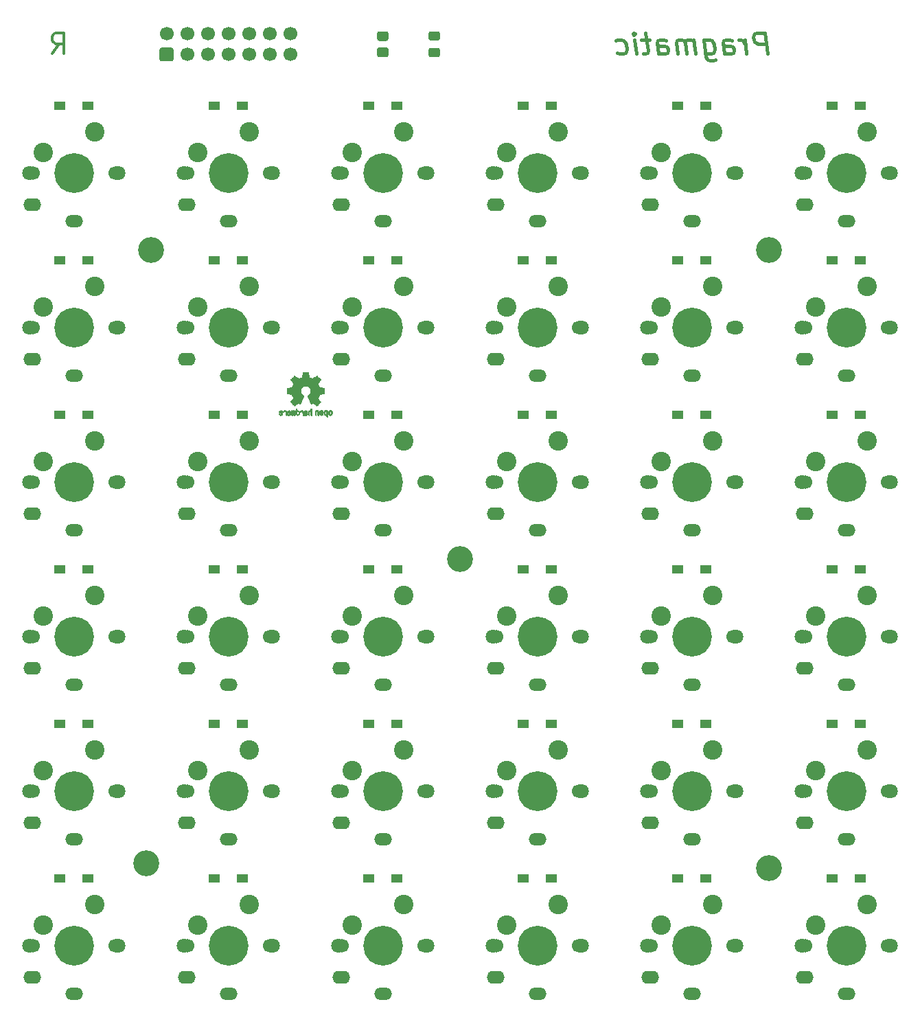
<source format=gbs>
%TF.GenerationSoftware,KiCad,Pcbnew,(5.1.12-1-10_14)*%
%TF.CreationDate,2021-12-06T08:53:21+08:00*%
%TF.ProjectId,Pragmatic,50726167-6d61-4746-9963-2e6b69636164,0.3*%
%TF.SameCoordinates,Original*%
%TF.FileFunction,Soldermask,Bot*%
%TF.FilePolarity,Negative*%
%FSLAX46Y46*%
G04 Gerber Fmt 4.6, Leading zero omitted, Abs format (unit mm)*
G04 Created by KiCad (PCBNEW (5.1.12-1-10_14)) date 2021-12-06 08:53:21*
%MOMM*%
%LPD*%
G01*
G04 APERTURE LIST*
%ADD10C,0.304800*%
%ADD11C,0.457200*%
%ADD12C,0.010000*%
%ADD13C,2.400000*%
%ADD14O,2.200000X1.600000*%
%ADD15C,4.900000*%
%ADD16C,1.800000*%
%ADD17O,2.200000X1.500000*%
%ADD18C,1.700000*%
%ADD19C,3.200000*%
%ADD20R,1.400000X1.000000*%
G04 APERTURE END LIST*
D10*
X54458809Y-42424047D02*
X55305476Y-41214523D01*
X55910238Y-42424047D02*
X55910238Y-39884047D01*
X54942619Y-39884047D01*
X54700714Y-40005000D01*
X54579761Y-40125952D01*
X54458809Y-40367857D01*
X54458809Y-40730714D01*
X54579761Y-40972619D01*
X54700714Y-41093571D01*
X54942619Y-41214523D01*
X55910238Y-41214523D01*
D11*
X142678785Y-42447028D02*
X142354935Y-39856228D01*
X141367963Y-39856228D01*
X141136642Y-39979600D01*
X141028692Y-40102971D01*
X140936163Y-40349714D01*
X140982427Y-40719828D01*
X141136642Y-40966571D01*
X141275435Y-41089942D01*
X141537599Y-41213314D01*
X142524570Y-41213314D01*
X140087985Y-42447028D02*
X139872085Y-40719828D01*
X139933770Y-41213314D02*
X139779556Y-40966571D01*
X139640763Y-40843200D01*
X139378599Y-40719828D01*
X139131856Y-40719828D01*
X137373813Y-42447028D02*
X137204177Y-41089942D01*
X137296706Y-40843200D01*
X137528027Y-40719828D01*
X138021513Y-40719828D01*
X138283677Y-40843200D01*
X137358392Y-42323657D02*
X137620556Y-42447028D01*
X138237413Y-42447028D01*
X138468735Y-42323657D01*
X138561263Y-42076914D01*
X138530420Y-41830171D01*
X138376206Y-41583428D01*
X138114042Y-41460057D01*
X137497185Y-41460057D01*
X137235020Y-41336685D01*
X134813856Y-40719828D02*
X135076020Y-42817142D01*
X135230235Y-43063885D01*
X135369027Y-43187257D01*
X135631192Y-43310628D01*
X136001306Y-43310628D01*
X136232627Y-43187257D01*
X135014335Y-42323657D02*
X135276499Y-42447028D01*
X135769985Y-42447028D01*
X136001306Y-42323657D01*
X136109256Y-42200285D01*
X136201785Y-41953542D01*
X136109256Y-41213314D01*
X135955042Y-40966571D01*
X135816249Y-40843200D01*
X135554085Y-40719828D01*
X135060599Y-40719828D01*
X134829277Y-40843200D01*
X133796042Y-42447028D02*
X133580142Y-40719828D01*
X133610985Y-40966571D02*
X133472192Y-40843200D01*
X133210027Y-40719828D01*
X132839913Y-40719828D01*
X132608592Y-40843200D01*
X132516063Y-41089942D01*
X132685699Y-42447028D01*
X132516063Y-41089942D02*
X132361849Y-40843200D01*
X132099685Y-40719828D01*
X131729570Y-40719828D01*
X131498249Y-40843200D01*
X131405720Y-41089942D01*
X131575356Y-42447028D01*
X129231299Y-42447028D02*
X129061663Y-41089942D01*
X129154192Y-40843200D01*
X129385513Y-40719828D01*
X129878999Y-40719828D01*
X130141163Y-40843200D01*
X129215877Y-42323657D02*
X129478042Y-42447028D01*
X130094899Y-42447028D01*
X130326220Y-42323657D01*
X130418749Y-42076914D01*
X130387906Y-41830171D01*
X130233692Y-41583428D01*
X129971527Y-41460057D01*
X129354670Y-41460057D01*
X129092506Y-41336685D01*
X128151799Y-40719828D02*
X127164827Y-40719828D01*
X127673735Y-39856228D02*
X127951320Y-42076914D01*
X127858792Y-42323657D01*
X127627470Y-42447028D01*
X127380727Y-42447028D01*
X126517127Y-42447028D02*
X126301227Y-40719828D01*
X126193277Y-39856228D02*
X126332070Y-39979600D01*
X126224120Y-40102971D01*
X126085327Y-39979600D01*
X126193277Y-39856228D01*
X126224120Y-40102971D01*
X124157649Y-42323657D02*
X124419813Y-42447028D01*
X124913299Y-42447028D01*
X125144620Y-42323657D01*
X125252570Y-42200285D01*
X125345099Y-41953542D01*
X125252570Y-41213314D01*
X125098356Y-40966571D01*
X124959563Y-40843200D01*
X124697399Y-40719828D01*
X124203913Y-40719828D01*
X123972592Y-40843200D01*
D12*
G36*
X85621090Y-81697348D02*
G01*
X85542546Y-81697778D01*
X85485702Y-81698942D01*
X85446895Y-81701207D01*
X85422462Y-81704940D01*
X85408738Y-81710506D01*
X85402060Y-81718273D01*
X85398764Y-81728605D01*
X85398444Y-81729943D01*
X85393438Y-81754079D01*
X85384171Y-81801701D01*
X85371608Y-81867741D01*
X85356713Y-81947128D01*
X85340449Y-82034796D01*
X85339881Y-82037875D01*
X85323590Y-82123789D01*
X85308348Y-82199696D01*
X85295139Y-82261045D01*
X85284946Y-82303282D01*
X85278752Y-82321855D01*
X85278457Y-82322184D01*
X85260212Y-82331253D01*
X85222595Y-82346367D01*
X85173729Y-82364262D01*
X85173457Y-82364358D01*
X85111907Y-82387493D01*
X85039343Y-82416965D01*
X84970943Y-82446597D01*
X84967706Y-82448062D01*
X84856298Y-82498626D01*
X84609601Y-82330160D01*
X84533923Y-82278803D01*
X84465369Y-82232889D01*
X84407912Y-82195030D01*
X84365524Y-82167837D01*
X84342175Y-82153921D01*
X84339958Y-82152889D01*
X84322990Y-82157484D01*
X84291299Y-82179655D01*
X84243648Y-82220447D01*
X84178802Y-82280905D01*
X84112603Y-82345227D01*
X84048786Y-82408612D01*
X83991671Y-82466451D01*
X83944695Y-82515175D01*
X83911297Y-82551210D01*
X83894915Y-82570984D01*
X83894306Y-82572002D01*
X83892495Y-82585572D01*
X83899317Y-82607733D01*
X83916460Y-82641478D01*
X83945607Y-82689800D01*
X83988445Y-82755692D01*
X84045552Y-82840517D01*
X84096234Y-82915177D01*
X84141539Y-82982140D01*
X84178850Y-83037516D01*
X84205548Y-83077420D01*
X84219015Y-83097962D01*
X84219863Y-83099356D01*
X84218219Y-83119038D01*
X84205755Y-83157293D01*
X84184952Y-83206889D01*
X84177538Y-83222728D01*
X84145186Y-83293290D01*
X84110672Y-83373353D01*
X84082635Y-83442629D01*
X84062432Y-83494045D01*
X84046385Y-83533119D01*
X84037112Y-83553541D01*
X84035959Y-83555114D01*
X84018904Y-83557721D01*
X83978702Y-83564863D01*
X83920698Y-83575523D01*
X83850237Y-83588685D01*
X83772665Y-83603333D01*
X83693328Y-83618449D01*
X83617569Y-83633018D01*
X83550736Y-83646022D01*
X83498172Y-83656445D01*
X83465224Y-83663270D01*
X83457143Y-83665199D01*
X83448795Y-83669962D01*
X83442494Y-83680718D01*
X83437955Y-83701098D01*
X83434896Y-83734734D01*
X83433033Y-83785255D01*
X83432082Y-83856292D01*
X83431760Y-83951476D01*
X83431743Y-83990492D01*
X83431743Y-84307799D01*
X83507943Y-84322839D01*
X83550337Y-84330995D01*
X83613600Y-84342899D01*
X83690038Y-84357116D01*
X83771957Y-84372210D01*
X83794600Y-84376355D01*
X83870194Y-84391053D01*
X83936047Y-84405505D01*
X83986634Y-84418375D01*
X84016426Y-84428322D01*
X84021388Y-84431287D01*
X84033574Y-84452283D01*
X84051047Y-84492967D01*
X84070423Y-84545322D01*
X84074266Y-84556600D01*
X84099661Y-84626523D01*
X84131183Y-84705418D01*
X84162031Y-84776266D01*
X84162183Y-84776595D01*
X84213553Y-84887733D01*
X84044601Y-85136253D01*
X83875648Y-85384772D01*
X84092571Y-85602058D01*
X84158181Y-85666726D01*
X84218021Y-85723733D01*
X84268733Y-85770033D01*
X84306954Y-85802584D01*
X84329325Y-85818343D01*
X84332534Y-85819343D01*
X84351374Y-85811469D01*
X84389820Y-85789578D01*
X84443670Y-85756267D01*
X84508724Y-85714131D01*
X84579060Y-85666943D01*
X84650445Y-85618810D01*
X84714092Y-85576928D01*
X84765959Y-85543871D01*
X84802005Y-85522218D01*
X84818133Y-85514543D01*
X84837811Y-85521037D01*
X84875125Y-85538150D01*
X84922379Y-85562326D01*
X84927388Y-85565013D01*
X84991023Y-85596927D01*
X85034659Y-85612579D01*
X85061798Y-85612745D01*
X85075943Y-85598204D01*
X85076025Y-85598000D01*
X85083095Y-85580779D01*
X85099958Y-85539899D01*
X85125305Y-85478525D01*
X85157829Y-85399819D01*
X85196222Y-85306947D01*
X85239178Y-85203072D01*
X85280778Y-85102502D01*
X85326496Y-84991516D01*
X85368474Y-84888703D01*
X85405452Y-84797215D01*
X85436173Y-84720201D01*
X85459378Y-84660815D01*
X85473810Y-84622209D01*
X85478257Y-84607800D01*
X85467104Y-84591272D01*
X85437931Y-84564930D01*
X85399029Y-84535887D01*
X85288243Y-84444039D01*
X85201649Y-84338759D01*
X85140284Y-84222266D01*
X85105185Y-84096776D01*
X85097392Y-83964507D01*
X85103057Y-83903457D01*
X85133922Y-83776795D01*
X85187080Y-83664941D01*
X85259233Y-83569001D01*
X85347083Y-83490076D01*
X85447335Y-83429270D01*
X85556690Y-83387687D01*
X85671853Y-83366428D01*
X85789525Y-83366599D01*
X85906410Y-83389301D01*
X86019211Y-83435638D01*
X86124631Y-83506713D01*
X86168632Y-83546911D01*
X86253021Y-83650129D01*
X86311778Y-83762925D01*
X86345296Y-83882010D01*
X86353965Y-84004095D01*
X86338177Y-84125893D01*
X86298322Y-84244116D01*
X86234793Y-84355475D01*
X86147979Y-84456684D01*
X86050971Y-84535887D01*
X86010563Y-84566162D01*
X85982018Y-84592219D01*
X85971743Y-84607825D01*
X85977123Y-84624843D01*
X85992425Y-84665500D01*
X86016388Y-84726642D01*
X86047756Y-84805119D01*
X86085268Y-84897780D01*
X86127667Y-85001472D01*
X86169337Y-85102526D01*
X86215310Y-85213607D01*
X86257893Y-85316541D01*
X86295779Y-85408165D01*
X86327660Y-85485316D01*
X86352229Y-85544831D01*
X86368180Y-85583544D01*
X86374090Y-85598000D01*
X86388052Y-85612685D01*
X86415060Y-85612642D01*
X86458587Y-85597099D01*
X86522110Y-85565284D01*
X86522612Y-85565013D01*
X86570440Y-85540323D01*
X86609103Y-85522338D01*
X86630905Y-85514614D01*
X86631867Y-85514543D01*
X86648279Y-85522378D01*
X86684513Y-85544165D01*
X86736526Y-85577328D01*
X86800275Y-85619291D01*
X86870940Y-85666943D01*
X86942884Y-85715191D01*
X87007726Y-85757151D01*
X87061265Y-85790227D01*
X87099303Y-85811821D01*
X87117467Y-85819343D01*
X87134192Y-85809457D01*
X87167820Y-85781826D01*
X87214990Y-85739495D01*
X87272342Y-85685505D01*
X87336516Y-85622899D01*
X87357503Y-85601983D01*
X87574501Y-85384623D01*
X87409332Y-85142220D01*
X87359136Y-85067781D01*
X87315081Y-85000972D01*
X87279638Y-84945665D01*
X87255281Y-84905729D01*
X87244478Y-84885036D01*
X87244162Y-84883563D01*
X87249857Y-84864058D01*
X87265174Y-84824822D01*
X87287463Y-84772430D01*
X87303107Y-84737355D01*
X87332359Y-84670201D01*
X87359906Y-84602358D01*
X87381263Y-84545034D01*
X87387065Y-84527572D01*
X87403548Y-84480938D01*
X87419660Y-84444905D01*
X87428510Y-84431287D01*
X87448040Y-84422952D01*
X87490666Y-84411137D01*
X87550855Y-84397181D01*
X87623078Y-84382422D01*
X87655400Y-84376355D01*
X87737478Y-84361273D01*
X87816205Y-84346669D01*
X87883891Y-84333980D01*
X87932840Y-84324642D01*
X87942057Y-84322839D01*
X88018257Y-84307799D01*
X88018257Y-83990492D01*
X88018086Y-83886154D01*
X88017384Y-83807213D01*
X88015866Y-83750038D01*
X88013251Y-83710999D01*
X88009254Y-83686465D01*
X88003591Y-83672805D01*
X87995980Y-83666389D01*
X87992857Y-83665199D01*
X87974022Y-83660980D01*
X87932412Y-83652562D01*
X87873370Y-83640961D01*
X87802243Y-83627195D01*
X87724375Y-83612280D01*
X87645113Y-83597232D01*
X87569802Y-83583069D01*
X87503787Y-83570806D01*
X87452413Y-83561461D01*
X87421025Y-83556050D01*
X87414041Y-83555114D01*
X87407715Y-83542596D01*
X87393710Y-83509246D01*
X87374645Y-83461377D01*
X87367366Y-83442629D01*
X87338004Y-83370195D01*
X87303429Y-83290170D01*
X87272463Y-83222728D01*
X87249677Y-83171159D01*
X87234518Y-83128785D01*
X87229458Y-83102834D01*
X87230264Y-83099356D01*
X87240959Y-83082936D01*
X87265380Y-83046417D01*
X87300905Y-82993687D01*
X87344913Y-82928635D01*
X87394783Y-82855151D01*
X87404644Y-82840645D01*
X87462508Y-82754704D01*
X87505044Y-82689261D01*
X87533946Y-82641304D01*
X87550910Y-82607820D01*
X87557633Y-82585795D01*
X87555810Y-82572217D01*
X87555764Y-82572131D01*
X87541414Y-82554297D01*
X87509677Y-82519817D01*
X87463990Y-82472268D01*
X87407796Y-82415222D01*
X87344532Y-82352255D01*
X87337398Y-82345227D01*
X87257670Y-82268020D01*
X87196143Y-82211330D01*
X87151579Y-82174110D01*
X87122743Y-82155315D01*
X87110042Y-82152889D01*
X87091506Y-82163471D01*
X87053039Y-82187916D01*
X86998614Y-82223612D01*
X86932202Y-82267947D01*
X86857775Y-82318311D01*
X86840399Y-82330160D01*
X86593703Y-82498626D01*
X86482294Y-82448062D01*
X86414543Y-82418595D01*
X86341817Y-82388959D01*
X86279297Y-82365330D01*
X86276543Y-82364358D01*
X86227640Y-82346457D01*
X86189943Y-82331320D01*
X86171575Y-82322210D01*
X86171544Y-82322184D01*
X86165715Y-82305717D01*
X86155808Y-82265219D01*
X86142805Y-82205242D01*
X86127691Y-82130340D01*
X86111448Y-82045064D01*
X86110119Y-82037875D01*
X86093825Y-81950014D01*
X86078867Y-81870260D01*
X86066209Y-81803681D01*
X86056814Y-81755347D01*
X86051646Y-81730325D01*
X86051556Y-81729943D01*
X86048411Y-81719299D01*
X86042296Y-81711262D01*
X86029547Y-81705467D01*
X86006500Y-81701547D01*
X85969491Y-81699135D01*
X85914856Y-81697865D01*
X85838933Y-81697371D01*
X85738056Y-81697286D01*
X85725000Y-81697286D01*
X85621090Y-81697348D01*
G37*
X85621090Y-81697348D02*
X85542546Y-81697778D01*
X85485702Y-81698942D01*
X85446895Y-81701207D01*
X85422462Y-81704940D01*
X85408738Y-81710506D01*
X85402060Y-81718273D01*
X85398764Y-81728605D01*
X85398444Y-81729943D01*
X85393438Y-81754079D01*
X85384171Y-81801701D01*
X85371608Y-81867741D01*
X85356713Y-81947128D01*
X85340449Y-82034796D01*
X85339881Y-82037875D01*
X85323590Y-82123789D01*
X85308348Y-82199696D01*
X85295139Y-82261045D01*
X85284946Y-82303282D01*
X85278752Y-82321855D01*
X85278457Y-82322184D01*
X85260212Y-82331253D01*
X85222595Y-82346367D01*
X85173729Y-82364262D01*
X85173457Y-82364358D01*
X85111907Y-82387493D01*
X85039343Y-82416965D01*
X84970943Y-82446597D01*
X84967706Y-82448062D01*
X84856298Y-82498626D01*
X84609601Y-82330160D01*
X84533923Y-82278803D01*
X84465369Y-82232889D01*
X84407912Y-82195030D01*
X84365524Y-82167837D01*
X84342175Y-82153921D01*
X84339958Y-82152889D01*
X84322990Y-82157484D01*
X84291299Y-82179655D01*
X84243648Y-82220447D01*
X84178802Y-82280905D01*
X84112603Y-82345227D01*
X84048786Y-82408612D01*
X83991671Y-82466451D01*
X83944695Y-82515175D01*
X83911297Y-82551210D01*
X83894915Y-82570984D01*
X83894306Y-82572002D01*
X83892495Y-82585572D01*
X83899317Y-82607733D01*
X83916460Y-82641478D01*
X83945607Y-82689800D01*
X83988445Y-82755692D01*
X84045552Y-82840517D01*
X84096234Y-82915177D01*
X84141539Y-82982140D01*
X84178850Y-83037516D01*
X84205548Y-83077420D01*
X84219015Y-83097962D01*
X84219863Y-83099356D01*
X84218219Y-83119038D01*
X84205755Y-83157293D01*
X84184952Y-83206889D01*
X84177538Y-83222728D01*
X84145186Y-83293290D01*
X84110672Y-83373353D01*
X84082635Y-83442629D01*
X84062432Y-83494045D01*
X84046385Y-83533119D01*
X84037112Y-83553541D01*
X84035959Y-83555114D01*
X84018904Y-83557721D01*
X83978702Y-83564863D01*
X83920698Y-83575523D01*
X83850237Y-83588685D01*
X83772665Y-83603333D01*
X83693328Y-83618449D01*
X83617569Y-83633018D01*
X83550736Y-83646022D01*
X83498172Y-83656445D01*
X83465224Y-83663270D01*
X83457143Y-83665199D01*
X83448795Y-83669962D01*
X83442494Y-83680718D01*
X83437955Y-83701098D01*
X83434896Y-83734734D01*
X83433033Y-83785255D01*
X83432082Y-83856292D01*
X83431760Y-83951476D01*
X83431743Y-83990492D01*
X83431743Y-84307799D01*
X83507943Y-84322839D01*
X83550337Y-84330995D01*
X83613600Y-84342899D01*
X83690038Y-84357116D01*
X83771957Y-84372210D01*
X83794600Y-84376355D01*
X83870194Y-84391053D01*
X83936047Y-84405505D01*
X83986634Y-84418375D01*
X84016426Y-84428322D01*
X84021388Y-84431287D01*
X84033574Y-84452283D01*
X84051047Y-84492967D01*
X84070423Y-84545322D01*
X84074266Y-84556600D01*
X84099661Y-84626523D01*
X84131183Y-84705418D01*
X84162031Y-84776266D01*
X84162183Y-84776595D01*
X84213553Y-84887733D01*
X84044601Y-85136253D01*
X83875648Y-85384772D01*
X84092571Y-85602058D01*
X84158181Y-85666726D01*
X84218021Y-85723733D01*
X84268733Y-85770033D01*
X84306954Y-85802584D01*
X84329325Y-85818343D01*
X84332534Y-85819343D01*
X84351374Y-85811469D01*
X84389820Y-85789578D01*
X84443670Y-85756267D01*
X84508724Y-85714131D01*
X84579060Y-85666943D01*
X84650445Y-85618810D01*
X84714092Y-85576928D01*
X84765959Y-85543871D01*
X84802005Y-85522218D01*
X84818133Y-85514543D01*
X84837811Y-85521037D01*
X84875125Y-85538150D01*
X84922379Y-85562326D01*
X84927388Y-85565013D01*
X84991023Y-85596927D01*
X85034659Y-85612579D01*
X85061798Y-85612745D01*
X85075943Y-85598204D01*
X85076025Y-85598000D01*
X85083095Y-85580779D01*
X85099958Y-85539899D01*
X85125305Y-85478525D01*
X85157829Y-85399819D01*
X85196222Y-85306947D01*
X85239178Y-85203072D01*
X85280778Y-85102502D01*
X85326496Y-84991516D01*
X85368474Y-84888703D01*
X85405452Y-84797215D01*
X85436173Y-84720201D01*
X85459378Y-84660815D01*
X85473810Y-84622209D01*
X85478257Y-84607800D01*
X85467104Y-84591272D01*
X85437931Y-84564930D01*
X85399029Y-84535887D01*
X85288243Y-84444039D01*
X85201649Y-84338759D01*
X85140284Y-84222266D01*
X85105185Y-84096776D01*
X85097392Y-83964507D01*
X85103057Y-83903457D01*
X85133922Y-83776795D01*
X85187080Y-83664941D01*
X85259233Y-83569001D01*
X85347083Y-83490076D01*
X85447335Y-83429270D01*
X85556690Y-83387687D01*
X85671853Y-83366428D01*
X85789525Y-83366599D01*
X85906410Y-83389301D01*
X86019211Y-83435638D01*
X86124631Y-83506713D01*
X86168632Y-83546911D01*
X86253021Y-83650129D01*
X86311778Y-83762925D01*
X86345296Y-83882010D01*
X86353965Y-84004095D01*
X86338177Y-84125893D01*
X86298322Y-84244116D01*
X86234793Y-84355475D01*
X86147979Y-84456684D01*
X86050971Y-84535887D01*
X86010563Y-84566162D01*
X85982018Y-84592219D01*
X85971743Y-84607825D01*
X85977123Y-84624843D01*
X85992425Y-84665500D01*
X86016388Y-84726642D01*
X86047756Y-84805119D01*
X86085268Y-84897780D01*
X86127667Y-85001472D01*
X86169337Y-85102526D01*
X86215310Y-85213607D01*
X86257893Y-85316541D01*
X86295779Y-85408165D01*
X86327660Y-85485316D01*
X86352229Y-85544831D01*
X86368180Y-85583544D01*
X86374090Y-85598000D01*
X86388052Y-85612685D01*
X86415060Y-85612642D01*
X86458587Y-85597099D01*
X86522110Y-85565284D01*
X86522612Y-85565013D01*
X86570440Y-85540323D01*
X86609103Y-85522338D01*
X86630905Y-85514614D01*
X86631867Y-85514543D01*
X86648279Y-85522378D01*
X86684513Y-85544165D01*
X86736526Y-85577328D01*
X86800275Y-85619291D01*
X86870940Y-85666943D01*
X86942884Y-85715191D01*
X87007726Y-85757151D01*
X87061265Y-85790227D01*
X87099303Y-85811821D01*
X87117467Y-85819343D01*
X87134192Y-85809457D01*
X87167820Y-85781826D01*
X87214990Y-85739495D01*
X87272342Y-85685505D01*
X87336516Y-85622899D01*
X87357503Y-85601983D01*
X87574501Y-85384623D01*
X87409332Y-85142220D01*
X87359136Y-85067781D01*
X87315081Y-85000972D01*
X87279638Y-84945665D01*
X87255281Y-84905729D01*
X87244478Y-84885036D01*
X87244162Y-84883563D01*
X87249857Y-84864058D01*
X87265174Y-84824822D01*
X87287463Y-84772430D01*
X87303107Y-84737355D01*
X87332359Y-84670201D01*
X87359906Y-84602358D01*
X87381263Y-84545034D01*
X87387065Y-84527572D01*
X87403548Y-84480938D01*
X87419660Y-84444905D01*
X87428510Y-84431287D01*
X87448040Y-84422952D01*
X87490666Y-84411137D01*
X87550855Y-84397181D01*
X87623078Y-84382422D01*
X87655400Y-84376355D01*
X87737478Y-84361273D01*
X87816205Y-84346669D01*
X87883891Y-84333980D01*
X87932840Y-84324642D01*
X87942057Y-84322839D01*
X88018257Y-84307799D01*
X88018257Y-83990492D01*
X88018086Y-83886154D01*
X88017384Y-83807213D01*
X88015866Y-83750038D01*
X88013251Y-83710999D01*
X88009254Y-83686465D01*
X88003591Y-83672805D01*
X87995980Y-83666389D01*
X87992857Y-83665199D01*
X87974022Y-83660980D01*
X87932412Y-83652562D01*
X87873370Y-83640961D01*
X87802243Y-83627195D01*
X87724375Y-83612280D01*
X87645113Y-83597232D01*
X87569802Y-83583069D01*
X87503787Y-83570806D01*
X87452413Y-83561461D01*
X87421025Y-83556050D01*
X87414041Y-83555114D01*
X87407715Y-83542596D01*
X87393710Y-83509246D01*
X87374645Y-83461377D01*
X87367366Y-83442629D01*
X87338004Y-83370195D01*
X87303429Y-83290170D01*
X87272463Y-83222728D01*
X87249677Y-83171159D01*
X87234518Y-83128785D01*
X87229458Y-83102834D01*
X87230264Y-83099356D01*
X87240959Y-83082936D01*
X87265380Y-83046417D01*
X87300905Y-82993687D01*
X87344913Y-82928635D01*
X87394783Y-82855151D01*
X87404644Y-82840645D01*
X87462508Y-82754704D01*
X87505044Y-82689261D01*
X87533946Y-82641304D01*
X87550910Y-82607820D01*
X87557633Y-82585795D01*
X87555810Y-82572217D01*
X87555764Y-82572131D01*
X87541414Y-82554297D01*
X87509677Y-82519817D01*
X87463990Y-82472268D01*
X87407796Y-82415222D01*
X87344532Y-82352255D01*
X87337398Y-82345227D01*
X87257670Y-82268020D01*
X87196143Y-82211330D01*
X87151579Y-82174110D01*
X87122743Y-82155315D01*
X87110042Y-82152889D01*
X87091506Y-82163471D01*
X87053039Y-82187916D01*
X86998614Y-82223612D01*
X86932202Y-82267947D01*
X86857775Y-82318311D01*
X86840399Y-82330160D01*
X86593703Y-82498626D01*
X86482294Y-82448062D01*
X86414543Y-82418595D01*
X86341817Y-82388959D01*
X86279297Y-82365330D01*
X86276543Y-82364358D01*
X86227640Y-82346457D01*
X86189943Y-82331320D01*
X86171575Y-82322210D01*
X86171544Y-82322184D01*
X86165715Y-82305717D01*
X86155808Y-82265219D01*
X86142805Y-82205242D01*
X86127691Y-82130340D01*
X86111448Y-82045064D01*
X86110119Y-82037875D01*
X86093825Y-81950014D01*
X86078867Y-81870260D01*
X86066209Y-81803681D01*
X86056814Y-81755347D01*
X86051646Y-81730325D01*
X86051556Y-81729943D01*
X86048411Y-81719299D01*
X86042296Y-81711262D01*
X86029547Y-81705467D01*
X86006500Y-81701547D01*
X85969491Y-81699135D01*
X85914856Y-81697865D01*
X85838933Y-81697371D01*
X85738056Y-81697286D01*
X85725000Y-81697286D01*
X85621090Y-81697348D01*
G36*
X83580124Y-86411335D02*
G01*
X83538333Y-86430344D01*
X83505531Y-86453378D01*
X83481497Y-86479133D01*
X83464903Y-86512358D01*
X83454423Y-86557800D01*
X83448729Y-86620207D01*
X83446493Y-86704327D01*
X83446257Y-86759721D01*
X83446257Y-86975826D01*
X83483226Y-86992670D01*
X83512344Y-87004981D01*
X83526769Y-87009514D01*
X83529528Y-86996025D01*
X83531718Y-86959653D01*
X83533058Y-86906542D01*
X83533343Y-86864372D01*
X83534566Y-86803447D01*
X83537864Y-86755115D01*
X83542679Y-86725518D01*
X83546504Y-86719229D01*
X83572217Y-86725652D01*
X83612582Y-86742125D01*
X83659321Y-86764458D01*
X83704155Y-86788457D01*
X83738807Y-86809930D01*
X83754998Y-86824685D01*
X83755062Y-86824845D01*
X83753670Y-86852152D01*
X83741182Y-86878219D01*
X83719257Y-86899392D01*
X83687257Y-86906474D01*
X83659908Y-86905649D01*
X83621174Y-86905042D01*
X83600842Y-86914116D01*
X83588631Y-86938092D01*
X83587091Y-86942613D01*
X83581797Y-86976806D01*
X83595953Y-86997568D01*
X83632852Y-87007462D01*
X83672711Y-87009292D01*
X83744438Y-86995727D01*
X83781568Y-86976355D01*
X83827424Y-86930845D01*
X83851744Y-86874983D01*
X83853927Y-86815957D01*
X83833371Y-86760953D01*
X83802451Y-86726486D01*
X83771580Y-86707189D01*
X83723058Y-86682759D01*
X83666515Y-86657985D01*
X83657090Y-86654199D01*
X83594981Y-86626791D01*
X83559178Y-86602634D01*
X83547663Y-86578619D01*
X83558420Y-86551635D01*
X83576886Y-86530543D01*
X83620531Y-86504572D01*
X83668554Y-86502624D01*
X83712594Y-86522637D01*
X83744291Y-86562551D01*
X83748451Y-86572848D01*
X83772673Y-86610724D01*
X83808035Y-86638842D01*
X83852657Y-86661917D01*
X83852657Y-86596485D01*
X83850031Y-86556506D01*
X83838770Y-86524997D01*
X83813801Y-86491378D01*
X83789831Y-86465484D01*
X83752559Y-86428817D01*
X83723599Y-86409121D01*
X83692495Y-86401220D01*
X83657287Y-86399914D01*
X83580124Y-86411335D01*
G37*
X83580124Y-86411335D02*
X83538333Y-86430344D01*
X83505531Y-86453378D01*
X83481497Y-86479133D01*
X83464903Y-86512358D01*
X83454423Y-86557800D01*
X83448729Y-86620207D01*
X83446493Y-86704327D01*
X83446257Y-86759721D01*
X83446257Y-86975826D01*
X83483226Y-86992670D01*
X83512344Y-87004981D01*
X83526769Y-87009514D01*
X83529528Y-86996025D01*
X83531718Y-86959653D01*
X83533058Y-86906542D01*
X83533343Y-86864372D01*
X83534566Y-86803447D01*
X83537864Y-86755115D01*
X83542679Y-86725518D01*
X83546504Y-86719229D01*
X83572217Y-86725652D01*
X83612582Y-86742125D01*
X83659321Y-86764458D01*
X83704155Y-86788457D01*
X83738807Y-86809930D01*
X83754998Y-86824685D01*
X83755062Y-86824845D01*
X83753670Y-86852152D01*
X83741182Y-86878219D01*
X83719257Y-86899392D01*
X83687257Y-86906474D01*
X83659908Y-86905649D01*
X83621174Y-86905042D01*
X83600842Y-86914116D01*
X83588631Y-86938092D01*
X83587091Y-86942613D01*
X83581797Y-86976806D01*
X83595953Y-86997568D01*
X83632852Y-87007462D01*
X83672711Y-87009292D01*
X83744438Y-86995727D01*
X83781568Y-86976355D01*
X83827424Y-86930845D01*
X83851744Y-86874983D01*
X83853927Y-86815957D01*
X83833371Y-86760953D01*
X83802451Y-86726486D01*
X83771580Y-86707189D01*
X83723058Y-86682759D01*
X83666515Y-86657985D01*
X83657090Y-86654199D01*
X83594981Y-86626791D01*
X83559178Y-86602634D01*
X83547663Y-86578619D01*
X83558420Y-86551635D01*
X83576886Y-86530543D01*
X83620531Y-86504572D01*
X83668554Y-86502624D01*
X83712594Y-86522637D01*
X83744291Y-86562551D01*
X83748451Y-86572848D01*
X83772673Y-86610724D01*
X83808035Y-86638842D01*
X83852657Y-86661917D01*
X83852657Y-86596485D01*
X83850031Y-86556506D01*
X83838770Y-86524997D01*
X83813801Y-86491378D01*
X83789831Y-86465484D01*
X83752559Y-86428817D01*
X83723599Y-86409121D01*
X83692495Y-86401220D01*
X83657287Y-86399914D01*
X83580124Y-86411335D01*
G36*
X83945167Y-86413663D02*
G01*
X83942952Y-86451850D01*
X83941216Y-86509886D01*
X83940101Y-86583180D01*
X83939743Y-86660055D01*
X83939743Y-86920196D01*
X83985674Y-86966127D01*
X84017325Y-86994429D01*
X84045110Y-87005893D01*
X84083085Y-87005168D01*
X84098160Y-87003321D01*
X84145274Y-86997948D01*
X84184244Y-86994869D01*
X84193743Y-86994585D01*
X84225767Y-86996445D01*
X84271568Y-87001114D01*
X84289326Y-87003321D01*
X84332943Y-87006735D01*
X84362255Y-86999320D01*
X84391320Y-86976427D01*
X84401812Y-86966127D01*
X84447743Y-86920196D01*
X84447743Y-86433602D01*
X84410774Y-86416758D01*
X84378941Y-86404282D01*
X84360317Y-86399914D01*
X84355542Y-86413718D01*
X84351079Y-86452286D01*
X84347225Y-86511356D01*
X84344278Y-86586663D01*
X84342857Y-86650286D01*
X84338886Y-86900657D01*
X84304241Y-86905556D01*
X84272732Y-86902131D01*
X84257292Y-86891041D01*
X84252977Y-86870308D01*
X84249292Y-86826145D01*
X84246531Y-86764146D01*
X84244988Y-86689909D01*
X84244765Y-86651706D01*
X84244543Y-86431783D01*
X84198834Y-86415849D01*
X84166482Y-86405015D01*
X84148885Y-86399962D01*
X84148377Y-86399914D01*
X84146612Y-86413648D01*
X84144671Y-86451730D01*
X84142718Y-86509482D01*
X84140916Y-86582227D01*
X84139657Y-86650286D01*
X84135686Y-86900657D01*
X84048600Y-86900657D01*
X84044604Y-86672240D01*
X84040608Y-86443822D01*
X83998153Y-86421868D01*
X83966808Y-86406793D01*
X83948256Y-86399951D01*
X83947721Y-86399914D01*
X83945167Y-86413663D01*
G37*
X83945167Y-86413663D02*
X83942952Y-86451850D01*
X83941216Y-86509886D01*
X83940101Y-86583180D01*
X83939743Y-86660055D01*
X83939743Y-86920196D01*
X83985674Y-86966127D01*
X84017325Y-86994429D01*
X84045110Y-87005893D01*
X84083085Y-87005168D01*
X84098160Y-87003321D01*
X84145274Y-86997948D01*
X84184244Y-86994869D01*
X84193743Y-86994585D01*
X84225767Y-86996445D01*
X84271568Y-87001114D01*
X84289326Y-87003321D01*
X84332943Y-87006735D01*
X84362255Y-86999320D01*
X84391320Y-86976427D01*
X84401812Y-86966127D01*
X84447743Y-86920196D01*
X84447743Y-86433602D01*
X84410774Y-86416758D01*
X84378941Y-86404282D01*
X84360317Y-86399914D01*
X84355542Y-86413718D01*
X84351079Y-86452286D01*
X84347225Y-86511356D01*
X84344278Y-86586663D01*
X84342857Y-86650286D01*
X84338886Y-86900657D01*
X84304241Y-86905556D01*
X84272732Y-86902131D01*
X84257292Y-86891041D01*
X84252977Y-86870308D01*
X84249292Y-86826145D01*
X84246531Y-86764146D01*
X84244988Y-86689909D01*
X84244765Y-86651706D01*
X84244543Y-86431783D01*
X84198834Y-86415849D01*
X84166482Y-86405015D01*
X84148885Y-86399962D01*
X84148377Y-86399914D01*
X84146612Y-86413648D01*
X84144671Y-86451730D01*
X84142718Y-86509482D01*
X84140916Y-86582227D01*
X84139657Y-86650286D01*
X84135686Y-86900657D01*
X84048600Y-86900657D01*
X84044604Y-86672240D01*
X84040608Y-86443822D01*
X83998153Y-86421868D01*
X83966808Y-86406793D01*
X83948256Y-86399951D01*
X83947721Y-86399914D01*
X83945167Y-86413663D01*
G36*
X84534883Y-86520358D02*
G01*
X84535067Y-86628837D01*
X84535781Y-86712287D01*
X84537325Y-86774704D01*
X84539999Y-86820085D01*
X84544106Y-86852429D01*
X84549945Y-86875733D01*
X84557818Y-86893995D01*
X84563779Y-86904418D01*
X84613145Y-86960945D01*
X84675736Y-86996377D01*
X84744987Y-87009090D01*
X84814332Y-86997463D01*
X84855625Y-86976568D01*
X84898975Y-86940422D01*
X84928519Y-86896276D01*
X84946345Y-86838462D01*
X84954537Y-86761313D01*
X84955698Y-86704714D01*
X84955542Y-86700647D01*
X84854143Y-86700647D01*
X84853524Y-86765550D01*
X84850686Y-86808514D01*
X84844160Y-86836622D01*
X84832477Y-86856953D01*
X84818517Y-86872288D01*
X84771635Y-86901890D01*
X84721299Y-86904419D01*
X84673724Y-86879705D01*
X84670021Y-86876356D01*
X84654217Y-86858935D01*
X84644307Y-86838209D01*
X84638942Y-86807362D01*
X84636772Y-86759577D01*
X84636429Y-86706748D01*
X84637173Y-86640381D01*
X84640252Y-86596106D01*
X84646939Y-86567009D01*
X84658504Y-86546173D01*
X84667987Y-86535107D01*
X84712040Y-86507198D01*
X84762776Y-86503843D01*
X84811204Y-86525159D01*
X84820550Y-86533073D01*
X84836460Y-86550647D01*
X84846390Y-86571587D01*
X84851722Y-86602782D01*
X84853837Y-86651122D01*
X84854143Y-86700647D01*
X84955542Y-86700647D01*
X84952190Y-86613568D01*
X84940274Y-86545086D01*
X84917865Y-86493600D01*
X84882876Y-86453443D01*
X84855625Y-86432861D01*
X84806093Y-86410625D01*
X84748684Y-86400304D01*
X84695318Y-86403067D01*
X84665457Y-86414212D01*
X84653739Y-86417383D01*
X84645963Y-86405557D01*
X84640535Y-86373866D01*
X84636429Y-86325593D01*
X84631933Y-86271829D01*
X84625687Y-86239482D01*
X84614324Y-86220985D01*
X84594472Y-86208770D01*
X84582000Y-86203362D01*
X84534829Y-86183601D01*
X84534883Y-86520358D01*
G37*
X84534883Y-86520358D02*
X84535067Y-86628837D01*
X84535781Y-86712287D01*
X84537325Y-86774704D01*
X84539999Y-86820085D01*
X84544106Y-86852429D01*
X84549945Y-86875733D01*
X84557818Y-86893995D01*
X84563779Y-86904418D01*
X84613145Y-86960945D01*
X84675736Y-86996377D01*
X84744987Y-87009090D01*
X84814332Y-86997463D01*
X84855625Y-86976568D01*
X84898975Y-86940422D01*
X84928519Y-86896276D01*
X84946345Y-86838462D01*
X84954537Y-86761313D01*
X84955698Y-86704714D01*
X84955542Y-86700647D01*
X84854143Y-86700647D01*
X84853524Y-86765550D01*
X84850686Y-86808514D01*
X84844160Y-86836622D01*
X84832477Y-86856953D01*
X84818517Y-86872288D01*
X84771635Y-86901890D01*
X84721299Y-86904419D01*
X84673724Y-86879705D01*
X84670021Y-86876356D01*
X84654217Y-86858935D01*
X84644307Y-86838209D01*
X84638942Y-86807362D01*
X84636772Y-86759577D01*
X84636429Y-86706748D01*
X84637173Y-86640381D01*
X84640252Y-86596106D01*
X84646939Y-86567009D01*
X84658504Y-86546173D01*
X84667987Y-86535107D01*
X84712040Y-86507198D01*
X84762776Y-86503843D01*
X84811204Y-86525159D01*
X84820550Y-86533073D01*
X84836460Y-86550647D01*
X84846390Y-86571587D01*
X84851722Y-86602782D01*
X84853837Y-86651122D01*
X84854143Y-86700647D01*
X84955542Y-86700647D01*
X84952190Y-86613568D01*
X84940274Y-86545086D01*
X84917865Y-86493600D01*
X84882876Y-86453443D01*
X84855625Y-86432861D01*
X84806093Y-86410625D01*
X84748684Y-86400304D01*
X84695318Y-86403067D01*
X84665457Y-86414212D01*
X84653739Y-86417383D01*
X84645963Y-86405557D01*
X84640535Y-86373866D01*
X84636429Y-86325593D01*
X84631933Y-86271829D01*
X84625687Y-86239482D01*
X84614324Y-86220985D01*
X84594472Y-86208770D01*
X84582000Y-86203362D01*
X84534829Y-86183601D01*
X84534883Y-86520358D01*
G36*
X86349114Y-86306289D02*
G01*
X86344861Y-86365613D01*
X86339975Y-86400572D01*
X86333205Y-86415820D01*
X86323298Y-86416015D01*
X86320086Y-86414195D01*
X86277356Y-86401015D01*
X86221773Y-86401785D01*
X86165263Y-86415333D01*
X86129918Y-86432861D01*
X86093679Y-86460861D01*
X86067187Y-86492549D01*
X86049001Y-86532813D01*
X86037678Y-86586543D01*
X86031778Y-86658626D01*
X86029857Y-86753951D01*
X86029823Y-86772237D01*
X86029800Y-86977646D01*
X86075509Y-86993580D01*
X86107973Y-87004420D01*
X86125785Y-87009468D01*
X86126309Y-87009514D01*
X86128063Y-86995828D01*
X86129556Y-86958076D01*
X86130674Y-86901224D01*
X86131303Y-86830234D01*
X86131400Y-86787073D01*
X86131602Y-86701973D01*
X86132642Y-86640981D01*
X86135169Y-86599177D01*
X86139836Y-86571642D01*
X86147293Y-86553456D01*
X86158189Y-86539698D01*
X86164993Y-86533073D01*
X86211728Y-86506375D01*
X86262728Y-86504375D01*
X86308999Y-86526955D01*
X86317556Y-86535107D01*
X86330107Y-86550436D01*
X86338812Y-86568618D01*
X86344369Y-86594909D01*
X86347474Y-86634562D01*
X86348824Y-86692832D01*
X86349114Y-86773173D01*
X86349114Y-86977646D01*
X86394823Y-86993580D01*
X86427287Y-87004420D01*
X86445099Y-87009468D01*
X86445623Y-87009514D01*
X86446963Y-86995623D01*
X86448172Y-86956439D01*
X86449199Y-86895700D01*
X86449998Y-86817141D01*
X86450519Y-86724498D01*
X86450714Y-86621509D01*
X86450714Y-86224342D01*
X86403543Y-86204444D01*
X86356371Y-86184547D01*
X86349114Y-86306289D01*
G37*
X86349114Y-86306289D02*
X86344861Y-86365613D01*
X86339975Y-86400572D01*
X86333205Y-86415820D01*
X86323298Y-86416015D01*
X86320086Y-86414195D01*
X86277356Y-86401015D01*
X86221773Y-86401785D01*
X86165263Y-86415333D01*
X86129918Y-86432861D01*
X86093679Y-86460861D01*
X86067187Y-86492549D01*
X86049001Y-86532813D01*
X86037678Y-86586543D01*
X86031778Y-86658626D01*
X86029857Y-86753951D01*
X86029823Y-86772237D01*
X86029800Y-86977646D01*
X86075509Y-86993580D01*
X86107973Y-87004420D01*
X86125785Y-87009468D01*
X86126309Y-87009514D01*
X86128063Y-86995828D01*
X86129556Y-86958076D01*
X86130674Y-86901224D01*
X86131303Y-86830234D01*
X86131400Y-86787073D01*
X86131602Y-86701973D01*
X86132642Y-86640981D01*
X86135169Y-86599177D01*
X86139836Y-86571642D01*
X86147293Y-86553456D01*
X86158189Y-86539698D01*
X86164993Y-86533073D01*
X86211728Y-86506375D01*
X86262728Y-86504375D01*
X86308999Y-86526955D01*
X86317556Y-86535107D01*
X86330107Y-86550436D01*
X86338812Y-86568618D01*
X86344369Y-86594909D01*
X86347474Y-86634562D01*
X86348824Y-86692832D01*
X86349114Y-86773173D01*
X86349114Y-86977646D01*
X86394823Y-86993580D01*
X86427287Y-87004420D01*
X86445099Y-87009468D01*
X86445623Y-87009514D01*
X86446963Y-86995623D01*
X86448172Y-86956439D01*
X86449199Y-86895700D01*
X86449998Y-86817141D01*
X86450519Y-86724498D01*
X86450714Y-86621509D01*
X86450714Y-86224342D01*
X86403543Y-86204444D01*
X86356371Y-86184547D01*
X86349114Y-86306289D01*
G36*
X87556697Y-86386239D02*
G01*
X87499473Y-86424735D01*
X87455251Y-86480335D01*
X87428833Y-86551086D01*
X87423490Y-86603162D01*
X87424097Y-86624893D01*
X87429178Y-86641531D01*
X87443145Y-86656437D01*
X87470411Y-86672973D01*
X87515388Y-86694498D01*
X87582489Y-86724374D01*
X87582829Y-86724524D01*
X87644593Y-86752813D01*
X87695241Y-86777933D01*
X87729596Y-86797179D01*
X87742482Y-86807848D01*
X87742486Y-86807934D01*
X87731128Y-86831166D01*
X87704569Y-86856774D01*
X87674077Y-86875221D01*
X87658630Y-86878886D01*
X87616485Y-86866212D01*
X87580192Y-86834471D01*
X87562483Y-86799572D01*
X87545448Y-86773845D01*
X87512078Y-86744546D01*
X87472851Y-86719235D01*
X87438244Y-86705471D01*
X87431007Y-86704714D01*
X87422861Y-86717160D01*
X87422370Y-86748972D01*
X87428357Y-86791866D01*
X87439643Y-86837558D01*
X87455050Y-86877761D01*
X87455829Y-86879322D01*
X87502196Y-86944062D01*
X87562289Y-86988097D01*
X87630535Y-87009711D01*
X87701362Y-87007185D01*
X87769196Y-86978804D01*
X87772212Y-86976808D01*
X87825573Y-86928448D01*
X87860660Y-86865352D01*
X87880078Y-86782387D01*
X87882684Y-86759078D01*
X87887299Y-86649055D01*
X87881767Y-86597748D01*
X87742486Y-86597748D01*
X87740676Y-86629753D01*
X87730778Y-86639093D01*
X87706102Y-86632105D01*
X87667205Y-86615587D01*
X87623725Y-86594881D01*
X87622644Y-86594333D01*
X87585791Y-86574949D01*
X87571000Y-86562013D01*
X87574647Y-86548451D01*
X87590005Y-86530632D01*
X87629077Y-86504845D01*
X87671154Y-86502950D01*
X87708897Y-86521717D01*
X87734966Y-86557915D01*
X87742486Y-86597748D01*
X87881767Y-86597748D01*
X87877806Y-86561027D01*
X87853450Y-86491212D01*
X87819544Y-86442302D01*
X87758347Y-86392878D01*
X87690937Y-86368359D01*
X87622120Y-86366797D01*
X87556697Y-86386239D01*
G37*
X87556697Y-86386239D02*
X87499473Y-86424735D01*
X87455251Y-86480335D01*
X87428833Y-86551086D01*
X87423490Y-86603162D01*
X87424097Y-86624893D01*
X87429178Y-86641531D01*
X87443145Y-86656437D01*
X87470411Y-86672973D01*
X87515388Y-86694498D01*
X87582489Y-86724374D01*
X87582829Y-86724524D01*
X87644593Y-86752813D01*
X87695241Y-86777933D01*
X87729596Y-86797179D01*
X87742482Y-86807848D01*
X87742486Y-86807934D01*
X87731128Y-86831166D01*
X87704569Y-86856774D01*
X87674077Y-86875221D01*
X87658630Y-86878886D01*
X87616485Y-86866212D01*
X87580192Y-86834471D01*
X87562483Y-86799572D01*
X87545448Y-86773845D01*
X87512078Y-86744546D01*
X87472851Y-86719235D01*
X87438244Y-86705471D01*
X87431007Y-86704714D01*
X87422861Y-86717160D01*
X87422370Y-86748972D01*
X87428357Y-86791866D01*
X87439643Y-86837558D01*
X87455050Y-86877761D01*
X87455829Y-86879322D01*
X87502196Y-86944062D01*
X87562289Y-86988097D01*
X87630535Y-87009711D01*
X87701362Y-87007185D01*
X87769196Y-86978804D01*
X87772212Y-86976808D01*
X87825573Y-86928448D01*
X87860660Y-86865352D01*
X87880078Y-86782387D01*
X87882684Y-86759078D01*
X87887299Y-86649055D01*
X87881767Y-86597748D01*
X87742486Y-86597748D01*
X87740676Y-86629753D01*
X87730778Y-86639093D01*
X87706102Y-86632105D01*
X87667205Y-86615587D01*
X87623725Y-86594881D01*
X87622644Y-86594333D01*
X87585791Y-86574949D01*
X87571000Y-86562013D01*
X87574647Y-86548451D01*
X87590005Y-86530632D01*
X87629077Y-86504845D01*
X87671154Y-86502950D01*
X87708897Y-86521717D01*
X87734966Y-86557915D01*
X87742486Y-86597748D01*
X87881767Y-86597748D01*
X87877806Y-86561027D01*
X87853450Y-86491212D01*
X87819544Y-86442302D01*
X87758347Y-86392878D01*
X87690937Y-86368359D01*
X87622120Y-86366797D01*
X87556697Y-86386239D01*
G36*
X87008907Y-86382780D02*
G01*
X86962328Y-86409723D01*
X86929943Y-86436466D01*
X86906258Y-86464484D01*
X86889941Y-86498748D01*
X86879661Y-86544227D01*
X86874086Y-86605892D01*
X86871884Y-86688711D01*
X86871629Y-86748246D01*
X86871629Y-86967391D01*
X86933314Y-86995044D01*
X86995000Y-87022697D01*
X87002257Y-86782670D01*
X87005256Y-86693028D01*
X87008402Y-86627962D01*
X87012299Y-86583026D01*
X87017553Y-86553770D01*
X87024769Y-86535748D01*
X87034550Y-86524511D01*
X87037688Y-86522079D01*
X87085239Y-86503083D01*
X87133303Y-86510600D01*
X87161914Y-86530543D01*
X87173553Y-86544675D01*
X87181609Y-86563220D01*
X87186729Y-86591334D01*
X87189559Y-86634173D01*
X87190744Y-86696895D01*
X87190943Y-86762261D01*
X87190982Y-86844268D01*
X87192386Y-86902316D01*
X87197086Y-86941465D01*
X87207013Y-86966780D01*
X87224097Y-86983323D01*
X87250268Y-86996156D01*
X87285225Y-87009491D01*
X87323404Y-87024007D01*
X87318859Y-86766389D01*
X87317029Y-86673519D01*
X87314888Y-86604889D01*
X87311819Y-86555711D01*
X87307206Y-86521198D01*
X87300432Y-86496562D01*
X87290881Y-86477016D01*
X87279366Y-86459770D01*
X87223810Y-86404680D01*
X87156020Y-86372822D01*
X87082287Y-86365191D01*
X87008907Y-86382780D01*
G37*
X87008907Y-86382780D02*
X86962328Y-86409723D01*
X86929943Y-86436466D01*
X86906258Y-86464484D01*
X86889941Y-86498748D01*
X86879661Y-86544227D01*
X86874086Y-86605892D01*
X86871884Y-86688711D01*
X86871629Y-86748246D01*
X86871629Y-86967391D01*
X86933314Y-86995044D01*
X86995000Y-87022697D01*
X87002257Y-86782670D01*
X87005256Y-86693028D01*
X87008402Y-86627962D01*
X87012299Y-86583026D01*
X87017553Y-86553770D01*
X87024769Y-86535748D01*
X87034550Y-86524511D01*
X87037688Y-86522079D01*
X87085239Y-86503083D01*
X87133303Y-86510600D01*
X87161914Y-86530543D01*
X87173553Y-86544675D01*
X87181609Y-86563220D01*
X87186729Y-86591334D01*
X87189559Y-86634173D01*
X87190744Y-86696895D01*
X87190943Y-86762261D01*
X87190982Y-86844268D01*
X87192386Y-86902316D01*
X87197086Y-86941465D01*
X87207013Y-86966780D01*
X87224097Y-86983323D01*
X87250268Y-86996156D01*
X87285225Y-87009491D01*
X87323404Y-87024007D01*
X87318859Y-86766389D01*
X87317029Y-86673519D01*
X87314888Y-86604889D01*
X87311819Y-86555711D01*
X87307206Y-86521198D01*
X87300432Y-86496562D01*
X87290881Y-86477016D01*
X87279366Y-86459770D01*
X87223810Y-86404680D01*
X87156020Y-86372822D01*
X87082287Y-86365191D01*
X87008907Y-86382780D01*
G36*
X88683885Y-86376962D02*
G01*
X88615855Y-86412733D01*
X88565649Y-86470301D01*
X88547815Y-86507312D01*
X88533937Y-86562882D01*
X88526833Y-86633096D01*
X88526160Y-86709727D01*
X88531573Y-86784552D01*
X88542730Y-86849342D01*
X88559286Y-86895873D01*
X88564374Y-86903887D01*
X88624645Y-86963707D01*
X88696231Y-86999535D01*
X88773908Y-87010020D01*
X88852452Y-86993810D01*
X88874311Y-86984092D01*
X88916878Y-86954143D01*
X88954237Y-86914433D01*
X88957768Y-86909397D01*
X88972119Y-86885124D01*
X88981606Y-86859178D01*
X88987210Y-86825022D01*
X88989914Y-86776119D01*
X88990701Y-86705935D01*
X88990714Y-86690200D01*
X88990678Y-86685192D01*
X88845571Y-86685192D01*
X88844727Y-86751430D01*
X88841404Y-86795386D01*
X88834417Y-86823779D01*
X88822584Y-86843325D01*
X88816543Y-86849857D01*
X88781814Y-86874680D01*
X88748097Y-86873548D01*
X88714005Y-86852016D01*
X88693671Y-86829029D01*
X88681629Y-86795478D01*
X88674866Y-86742569D01*
X88674402Y-86736399D01*
X88673248Y-86640513D01*
X88685312Y-86569299D01*
X88710430Y-86523194D01*
X88748440Y-86502635D01*
X88762008Y-86501514D01*
X88797636Y-86507152D01*
X88822006Y-86526686D01*
X88836907Y-86564042D01*
X88844125Y-86623150D01*
X88845571Y-86685192D01*
X88990678Y-86685192D01*
X88990174Y-86615413D01*
X88987904Y-86563159D01*
X88982932Y-86526949D01*
X88974287Y-86500299D01*
X88960995Y-86476722D01*
X88958057Y-86472338D01*
X88908687Y-86413249D01*
X88854891Y-86378947D01*
X88789398Y-86365331D01*
X88767158Y-86364665D01*
X88683885Y-86376962D01*
G37*
X88683885Y-86376962D02*
X88615855Y-86412733D01*
X88565649Y-86470301D01*
X88547815Y-86507312D01*
X88533937Y-86562882D01*
X88526833Y-86633096D01*
X88526160Y-86709727D01*
X88531573Y-86784552D01*
X88542730Y-86849342D01*
X88559286Y-86895873D01*
X88564374Y-86903887D01*
X88624645Y-86963707D01*
X88696231Y-86999535D01*
X88773908Y-87010020D01*
X88852452Y-86993810D01*
X88874311Y-86984092D01*
X88916878Y-86954143D01*
X88954237Y-86914433D01*
X88957768Y-86909397D01*
X88972119Y-86885124D01*
X88981606Y-86859178D01*
X88987210Y-86825022D01*
X88989914Y-86776119D01*
X88990701Y-86705935D01*
X88990714Y-86690200D01*
X88990678Y-86685192D01*
X88845571Y-86685192D01*
X88844727Y-86751430D01*
X88841404Y-86795386D01*
X88834417Y-86823779D01*
X88822584Y-86843325D01*
X88816543Y-86849857D01*
X88781814Y-86874680D01*
X88748097Y-86873548D01*
X88714005Y-86852016D01*
X88693671Y-86829029D01*
X88681629Y-86795478D01*
X88674866Y-86742569D01*
X88674402Y-86736399D01*
X88673248Y-86640513D01*
X88685312Y-86569299D01*
X88710430Y-86523194D01*
X88748440Y-86502635D01*
X88762008Y-86501514D01*
X88797636Y-86507152D01*
X88822006Y-86526686D01*
X88836907Y-86564042D01*
X88844125Y-86623150D01*
X88845571Y-86685192D01*
X88990678Y-86685192D01*
X88990174Y-86615413D01*
X88987904Y-86563159D01*
X88982932Y-86526949D01*
X88974287Y-86500299D01*
X88960995Y-86476722D01*
X88958057Y-86472338D01*
X88908687Y-86413249D01*
X88854891Y-86378947D01*
X88789398Y-86365331D01*
X88767158Y-86364665D01*
X88683885Y-86376962D01*
G36*
X83072400Y-86413752D02*
G01*
X83055052Y-86421334D01*
X83013644Y-86454128D01*
X82978235Y-86501547D01*
X82956336Y-86552151D01*
X82952771Y-86577098D01*
X82964721Y-86611927D01*
X82990933Y-86630357D01*
X83019036Y-86641516D01*
X83031905Y-86643572D01*
X83038171Y-86628649D01*
X83050544Y-86596175D01*
X83055972Y-86581502D01*
X83086410Y-86530744D01*
X83130480Y-86505427D01*
X83186990Y-86506206D01*
X83191175Y-86507203D01*
X83221345Y-86521507D01*
X83243524Y-86549393D01*
X83258673Y-86594287D01*
X83267750Y-86659615D01*
X83271714Y-86748804D01*
X83272086Y-86796261D01*
X83272270Y-86871071D01*
X83273478Y-86922069D01*
X83276691Y-86954471D01*
X83282891Y-86973495D01*
X83293060Y-86984356D01*
X83308181Y-86992272D01*
X83309054Y-86992670D01*
X83338172Y-87004981D01*
X83352597Y-87009514D01*
X83354814Y-86995809D01*
X83356711Y-86957925D01*
X83358153Y-86900715D01*
X83359002Y-86829027D01*
X83359171Y-86776565D01*
X83358308Y-86675047D01*
X83354930Y-86598032D01*
X83347858Y-86541023D01*
X83335912Y-86499526D01*
X83317910Y-86469043D01*
X83292673Y-86445080D01*
X83267753Y-86428355D01*
X83207829Y-86406097D01*
X83138089Y-86401076D01*
X83072400Y-86413752D01*
G37*
X83072400Y-86413752D02*
X83055052Y-86421334D01*
X83013644Y-86454128D01*
X82978235Y-86501547D01*
X82956336Y-86552151D01*
X82952771Y-86577098D01*
X82964721Y-86611927D01*
X82990933Y-86630357D01*
X83019036Y-86641516D01*
X83031905Y-86643572D01*
X83038171Y-86628649D01*
X83050544Y-86596175D01*
X83055972Y-86581502D01*
X83086410Y-86530744D01*
X83130480Y-86505427D01*
X83186990Y-86506206D01*
X83191175Y-86507203D01*
X83221345Y-86521507D01*
X83243524Y-86549393D01*
X83258673Y-86594287D01*
X83267750Y-86659615D01*
X83271714Y-86748804D01*
X83272086Y-86796261D01*
X83272270Y-86871071D01*
X83273478Y-86922069D01*
X83276691Y-86954471D01*
X83282891Y-86973495D01*
X83293060Y-86984356D01*
X83308181Y-86992272D01*
X83309054Y-86992670D01*
X83338172Y-87004981D01*
X83352597Y-87009514D01*
X83354814Y-86995809D01*
X83356711Y-86957925D01*
X83358153Y-86900715D01*
X83359002Y-86829027D01*
X83359171Y-86776565D01*
X83358308Y-86675047D01*
X83354930Y-86598032D01*
X83347858Y-86541023D01*
X83335912Y-86499526D01*
X83317910Y-86469043D01*
X83292673Y-86445080D01*
X83267753Y-86428355D01*
X83207829Y-86406097D01*
X83138089Y-86401076D01*
X83072400Y-86413752D01*
G36*
X88125256Y-86374918D02*
G01*
X88069799Y-86402568D01*
X88020852Y-86453480D01*
X88007371Y-86472338D01*
X87992686Y-86497015D01*
X87983158Y-86523816D01*
X87977707Y-86559587D01*
X87975253Y-86611169D01*
X87974714Y-86679267D01*
X87977148Y-86772588D01*
X87985606Y-86842657D01*
X88001826Y-86894931D01*
X88027546Y-86934869D01*
X88064503Y-86967929D01*
X88067218Y-86969886D01*
X88103640Y-86989908D01*
X88147498Y-86999815D01*
X88203276Y-87002257D01*
X88293952Y-87002257D01*
X88293990Y-87090283D01*
X88294834Y-87139308D01*
X88299976Y-87168065D01*
X88313413Y-87185311D01*
X88339142Y-87199808D01*
X88345321Y-87202769D01*
X88374236Y-87216648D01*
X88396624Y-87225414D01*
X88413271Y-87226171D01*
X88424964Y-87216023D01*
X88432490Y-87192073D01*
X88436634Y-87151426D01*
X88438185Y-87091186D01*
X88437929Y-87008455D01*
X88436651Y-86900339D01*
X88436252Y-86868000D01*
X88434815Y-86756524D01*
X88433528Y-86683603D01*
X88294029Y-86683603D01*
X88293245Y-86745499D01*
X88289760Y-86785997D01*
X88281876Y-86812708D01*
X88267895Y-86833244D01*
X88258403Y-86843260D01*
X88219596Y-86872567D01*
X88185237Y-86874952D01*
X88149784Y-86850750D01*
X88148886Y-86849857D01*
X88134461Y-86831153D01*
X88125687Y-86805732D01*
X88121261Y-86766584D01*
X88119882Y-86706697D01*
X88119857Y-86693430D01*
X88123188Y-86610901D01*
X88134031Y-86553691D01*
X88153660Y-86518766D01*
X88183350Y-86503094D01*
X88200509Y-86501514D01*
X88241234Y-86508926D01*
X88269168Y-86533330D01*
X88285983Y-86577980D01*
X88293350Y-86646130D01*
X88294029Y-86683603D01*
X88433528Y-86683603D01*
X88433292Y-86670245D01*
X88431323Y-86605333D01*
X88428550Y-86557958D01*
X88424612Y-86524290D01*
X88419151Y-86500498D01*
X88411808Y-86482753D01*
X88402223Y-86467224D01*
X88398113Y-86461381D01*
X88343595Y-86406185D01*
X88274664Y-86374890D01*
X88194928Y-86366165D01*
X88125256Y-86374918D01*
G37*
X88125256Y-86374918D02*
X88069799Y-86402568D01*
X88020852Y-86453480D01*
X88007371Y-86472338D01*
X87992686Y-86497015D01*
X87983158Y-86523816D01*
X87977707Y-86559587D01*
X87975253Y-86611169D01*
X87974714Y-86679267D01*
X87977148Y-86772588D01*
X87985606Y-86842657D01*
X88001826Y-86894931D01*
X88027546Y-86934869D01*
X88064503Y-86967929D01*
X88067218Y-86969886D01*
X88103640Y-86989908D01*
X88147498Y-86999815D01*
X88203276Y-87002257D01*
X88293952Y-87002257D01*
X88293990Y-87090283D01*
X88294834Y-87139308D01*
X88299976Y-87168065D01*
X88313413Y-87185311D01*
X88339142Y-87199808D01*
X88345321Y-87202769D01*
X88374236Y-87216648D01*
X88396624Y-87225414D01*
X88413271Y-87226171D01*
X88424964Y-87216023D01*
X88432490Y-87192073D01*
X88436634Y-87151426D01*
X88438185Y-87091186D01*
X88437929Y-87008455D01*
X88436651Y-86900339D01*
X88436252Y-86868000D01*
X88434815Y-86756524D01*
X88433528Y-86683603D01*
X88294029Y-86683603D01*
X88293245Y-86745499D01*
X88289760Y-86785997D01*
X88281876Y-86812708D01*
X88267895Y-86833244D01*
X88258403Y-86843260D01*
X88219596Y-86872567D01*
X88185237Y-86874952D01*
X88149784Y-86850750D01*
X88148886Y-86849857D01*
X88134461Y-86831153D01*
X88125687Y-86805732D01*
X88121261Y-86766584D01*
X88119882Y-86706697D01*
X88119857Y-86693430D01*
X88123188Y-86610901D01*
X88134031Y-86553691D01*
X88153660Y-86518766D01*
X88183350Y-86503094D01*
X88200509Y-86501514D01*
X88241234Y-86508926D01*
X88269168Y-86533330D01*
X88285983Y-86577980D01*
X88293350Y-86646130D01*
X88294029Y-86683603D01*
X88433528Y-86683603D01*
X88433292Y-86670245D01*
X88431323Y-86605333D01*
X88428550Y-86557958D01*
X88424612Y-86524290D01*
X88419151Y-86500498D01*
X88411808Y-86482753D01*
X88402223Y-86467224D01*
X88398113Y-86461381D01*
X88343595Y-86406185D01*
X88274664Y-86374890D01*
X88194928Y-86366165D01*
X88125256Y-86374918D01*
G36*
X82571405Y-86421966D02*
G01*
X82513979Y-86459497D01*
X82486281Y-86493096D01*
X82464338Y-86554064D01*
X82462595Y-86602308D01*
X82466543Y-86666816D01*
X82615314Y-86731934D01*
X82687651Y-86765202D01*
X82734916Y-86791964D01*
X82759493Y-86815144D01*
X82763763Y-86837667D01*
X82750111Y-86862455D01*
X82735057Y-86878886D01*
X82691254Y-86905235D01*
X82643611Y-86907081D01*
X82599855Y-86886546D01*
X82567711Y-86845752D01*
X82561962Y-86831347D01*
X82534424Y-86786356D01*
X82502742Y-86767182D01*
X82459286Y-86750779D01*
X82459286Y-86812966D01*
X82463128Y-86855283D01*
X82478177Y-86890969D01*
X82509720Y-86931943D01*
X82514408Y-86937267D01*
X82549494Y-86973720D01*
X82579653Y-86993283D01*
X82617385Y-87002283D01*
X82648665Y-87005230D01*
X82704615Y-87005965D01*
X82744445Y-86996660D01*
X82769292Y-86982846D01*
X82808344Y-86952467D01*
X82835375Y-86919613D01*
X82852483Y-86878294D01*
X82861762Y-86822521D01*
X82865307Y-86746305D01*
X82865590Y-86707622D01*
X82864628Y-86661247D01*
X82776993Y-86661247D01*
X82775977Y-86686126D01*
X82773444Y-86690200D01*
X82756726Y-86684665D01*
X82720751Y-86670017D01*
X82672669Y-86649190D01*
X82662614Y-86644714D01*
X82601848Y-86613814D01*
X82568368Y-86586657D01*
X82561010Y-86561220D01*
X82578609Y-86535481D01*
X82593144Y-86524109D01*
X82645590Y-86501364D01*
X82694678Y-86505122D01*
X82735773Y-86532884D01*
X82764242Y-86582152D01*
X82773369Y-86621257D01*
X82776993Y-86661247D01*
X82864628Y-86661247D01*
X82863715Y-86617249D01*
X82856804Y-86550384D01*
X82843116Y-86501695D01*
X82820904Y-86465849D01*
X82788426Y-86437513D01*
X82774267Y-86428355D01*
X82709947Y-86404507D01*
X82639527Y-86403006D01*
X82571405Y-86421966D01*
G37*
X82571405Y-86421966D02*
X82513979Y-86459497D01*
X82486281Y-86493096D01*
X82464338Y-86554064D01*
X82462595Y-86602308D01*
X82466543Y-86666816D01*
X82615314Y-86731934D01*
X82687651Y-86765202D01*
X82734916Y-86791964D01*
X82759493Y-86815144D01*
X82763763Y-86837667D01*
X82750111Y-86862455D01*
X82735057Y-86878886D01*
X82691254Y-86905235D01*
X82643611Y-86907081D01*
X82599855Y-86886546D01*
X82567711Y-86845752D01*
X82561962Y-86831347D01*
X82534424Y-86786356D01*
X82502742Y-86767182D01*
X82459286Y-86750779D01*
X82459286Y-86812966D01*
X82463128Y-86855283D01*
X82478177Y-86890969D01*
X82509720Y-86931943D01*
X82514408Y-86937267D01*
X82549494Y-86973720D01*
X82579653Y-86993283D01*
X82617385Y-87002283D01*
X82648665Y-87005230D01*
X82704615Y-87005965D01*
X82744445Y-86996660D01*
X82769292Y-86982846D01*
X82808344Y-86952467D01*
X82835375Y-86919613D01*
X82852483Y-86878294D01*
X82861762Y-86822521D01*
X82865307Y-86746305D01*
X82865590Y-86707622D01*
X82864628Y-86661247D01*
X82776993Y-86661247D01*
X82775977Y-86686126D01*
X82773444Y-86690200D01*
X82756726Y-86684665D01*
X82720751Y-86670017D01*
X82672669Y-86649190D01*
X82662614Y-86644714D01*
X82601848Y-86613814D01*
X82568368Y-86586657D01*
X82561010Y-86561220D01*
X82578609Y-86535481D01*
X82593144Y-86524109D01*
X82645590Y-86501364D01*
X82694678Y-86505122D01*
X82735773Y-86532884D01*
X82764242Y-86582152D01*
X82773369Y-86621257D01*
X82776993Y-86661247D01*
X82864628Y-86661247D01*
X82863715Y-86617249D01*
X82856804Y-86550384D01*
X82843116Y-86501695D01*
X82820904Y-86465849D01*
X82788426Y-86437513D01*
X82774267Y-86428355D01*
X82709947Y-86404507D01*
X82639527Y-86403006D01*
X82571405Y-86421966D01*
G36*
X85195074Y-86404755D02*
G01*
X85129142Y-86429084D01*
X85075727Y-86472117D01*
X85054836Y-86502409D01*
X85032061Y-86557994D01*
X85032534Y-86598186D01*
X85056438Y-86625217D01*
X85065283Y-86629813D01*
X85103470Y-86644144D01*
X85122972Y-86640472D01*
X85129578Y-86616407D01*
X85129914Y-86603114D01*
X85142008Y-86554210D01*
X85173529Y-86519999D01*
X85217341Y-86503476D01*
X85266305Y-86507634D01*
X85306106Y-86529227D01*
X85319550Y-86541544D01*
X85329079Y-86556487D01*
X85335515Y-86579075D01*
X85339683Y-86614328D01*
X85342403Y-86667266D01*
X85344498Y-86742907D01*
X85345040Y-86766857D01*
X85347019Y-86848790D01*
X85349269Y-86906455D01*
X85352643Y-86944608D01*
X85357994Y-86968004D01*
X85366176Y-86981398D01*
X85378041Y-86989545D01*
X85385638Y-86993144D01*
X85417898Y-87005452D01*
X85436889Y-87009514D01*
X85443164Y-86995948D01*
X85446994Y-86954934D01*
X85448400Y-86885999D01*
X85447402Y-86788669D01*
X85447092Y-86773657D01*
X85444899Y-86684859D01*
X85442307Y-86620019D01*
X85438618Y-86574067D01*
X85433136Y-86541935D01*
X85425165Y-86518553D01*
X85414007Y-86498852D01*
X85408170Y-86490410D01*
X85374704Y-86453057D01*
X85337273Y-86424003D01*
X85332691Y-86421467D01*
X85265574Y-86401443D01*
X85195074Y-86404755D01*
G37*
X85195074Y-86404755D02*
X85129142Y-86429084D01*
X85075727Y-86472117D01*
X85054836Y-86502409D01*
X85032061Y-86557994D01*
X85032534Y-86598186D01*
X85056438Y-86625217D01*
X85065283Y-86629813D01*
X85103470Y-86644144D01*
X85122972Y-86640472D01*
X85129578Y-86616407D01*
X85129914Y-86603114D01*
X85142008Y-86554210D01*
X85173529Y-86519999D01*
X85217341Y-86503476D01*
X85266305Y-86507634D01*
X85306106Y-86529227D01*
X85319550Y-86541544D01*
X85329079Y-86556487D01*
X85335515Y-86579075D01*
X85339683Y-86614328D01*
X85342403Y-86667266D01*
X85344498Y-86742907D01*
X85345040Y-86766857D01*
X85347019Y-86848790D01*
X85349269Y-86906455D01*
X85352643Y-86944608D01*
X85357994Y-86968004D01*
X85366176Y-86981398D01*
X85378041Y-86989545D01*
X85385638Y-86993144D01*
X85417898Y-87005452D01*
X85436889Y-87009514D01*
X85443164Y-86995948D01*
X85446994Y-86954934D01*
X85448400Y-86885999D01*
X85447402Y-86788669D01*
X85447092Y-86773657D01*
X85444899Y-86684859D01*
X85442307Y-86620019D01*
X85438618Y-86574067D01*
X85433136Y-86541935D01*
X85425165Y-86518553D01*
X85414007Y-86498852D01*
X85408170Y-86490410D01*
X85374704Y-86453057D01*
X85337273Y-86424003D01*
X85332691Y-86421467D01*
X85265574Y-86401443D01*
X85195074Y-86404755D01*
G36*
X85685256Y-86405968D02*
G01*
X85628384Y-86427087D01*
X85627733Y-86427493D01*
X85592560Y-86453380D01*
X85566593Y-86483633D01*
X85548330Y-86523058D01*
X85536268Y-86576462D01*
X85528904Y-86648651D01*
X85524736Y-86744432D01*
X85524371Y-86758078D01*
X85519124Y-86963842D01*
X85563284Y-86986678D01*
X85595237Y-87002110D01*
X85614530Y-87009423D01*
X85615422Y-87009514D01*
X85618761Y-86996022D01*
X85621413Y-86959626D01*
X85623044Y-86906452D01*
X85623400Y-86863393D01*
X85623408Y-86793641D01*
X85626597Y-86749837D01*
X85637712Y-86728944D01*
X85661499Y-86727925D01*
X85702704Y-86743741D01*
X85764914Y-86772815D01*
X85810659Y-86796963D01*
X85834187Y-86817913D01*
X85841104Y-86840747D01*
X85841114Y-86841877D01*
X85829701Y-86881212D01*
X85795908Y-86902462D01*
X85744191Y-86905539D01*
X85706939Y-86905006D01*
X85687297Y-86915735D01*
X85675048Y-86941505D01*
X85667998Y-86974337D01*
X85678158Y-86992966D01*
X85681983Y-86995632D01*
X85717999Y-87006340D01*
X85768434Y-87007856D01*
X85820374Y-87000759D01*
X85857178Y-86987788D01*
X85908062Y-86944585D01*
X85936986Y-86884446D01*
X85942714Y-86837462D01*
X85938343Y-86795082D01*
X85922525Y-86760488D01*
X85891203Y-86729763D01*
X85840322Y-86698990D01*
X85765824Y-86664252D01*
X85761286Y-86662288D01*
X85694179Y-86631287D01*
X85652768Y-86605862D01*
X85635019Y-86583014D01*
X85638893Y-86559745D01*
X85662357Y-86533056D01*
X85669373Y-86526914D01*
X85716370Y-86503100D01*
X85765067Y-86504103D01*
X85807478Y-86527451D01*
X85835616Y-86570675D01*
X85838231Y-86579160D01*
X85863692Y-86620308D01*
X85895999Y-86640128D01*
X85942714Y-86659770D01*
X85942714Y-86608950D01*
X85928504Y-86535082D01*
X85886325Y-86467327D01*
X85864376Y-86444661D01*
X85814483Y-86415569D01*
X85751033Y-86402400D01*
X85685256Y-86405968D01*
G37*
X85685256Y-86405968D02*
X85628384Y-86427087D01*
X85627733Y-86427493D01*
X85592560Y-86453380D01*
X85566593Y-86483633D01*
X85548330Y-86523058D01*
X85536268Y-86576462D01*
X85528904Y-86648651D01*
X85524736Y-86744432D01*
X85524371Y-86758078D01*
X85519124Y-86963842D01*
X85563284Y-86986678D01*
X85595237Y-87002110D01*
X85614530Y-87009423D01*
X85615422Y-87009514D01*
X85618761Y-86996022D01*
X85621413Y-86959626D01*
X85623044Y-86906452D01*
X85623400Y-86863393D01*
X85623408Y-86793641D01*
X85626597Y-86749837D01*
X85637712Y-86728944D01*
X85661499Y-86727925D01*
X85702704Y-86743741D01*
X85764914Y-86772815D01*
X85810659Y-86796963D01*
X85834187Y-86817913D01*
X85841104Y-86840747D01*
X85841114Y-86841877D01*
X85829701Y-86881212D01*
X85795908Y-86902462D01*
X85744191Y-86905539D01*
X85706939Y-86905006D01*
X85687297Y-86915735D01*
X85675048Y-86941505D01*
X85667998Y-86974337D01*
X85678158Y-86992966D01*
X85681983Y-86995632D01*
X85717999Y-87006340D01*
X85768434Y-87007856D01*
X85820374Y-87000759D01*
X85857178Y-86987788D01*
X85908062Y-86944585D01*
X85936986Y-86884446D01*
X85942714Y-86837462D01*
X85938343Y-86795082D01*
X85922525Y-86760488D01*
X85891203Y-86729763D01*
X85840322Y-86698990D01*
X85765824Y-86664252D01*
X85761286Y-86662288D01*
X85694179Y-86631287D01*
X85652768Y-86605862D01*
X85635019Y-86583014D01*
X85638893Y-86559745D01*
X85662357Y-86533056D01*
X85669373Y-86526914D01*
X85716370Y-86503100D01*
X85765067Y-86504103D01*
X85807478Y-86527451D01*
X85835616Y-86570675D01*
X85838231Y-86579160D01*
X85863692Y-86620308D01*
X85895999Y-86640128D01*
X85942714Y-86659770D01*
X85942714Y-86608950D01*
X85928504Y-86535082D01*
X85886325Y-86467327D01*
X85864376Y-86444661D01*
X85814483Y-86415569D01*
X85751033Y-86402400D01*
X85685256Y-86405968D01*
D13*
X148590000Y-130810000D03*
D14*
X147300000Y-137250000D03*
D13*
X154940000Y-128270000D03*
X154940000Y-128270000D03*
D14*
X147300000Y-137250000D03*
D15*
X152400000Y-133350000D03*
D16*
X146900000Y-133350000D03*
X157900000Y-133350000D03*
D17*
X152400000Y-139250000D03*
D13*
X148590000Y-130810000D03*
D18*
X157480000Y-133350000D03*
X147320000Y-133350000D03*
D13*
X148590000Y-111760000D03*
D14*
X147300000Y-118200000D03*
D13*
X154940000Y-109220000D03*
X154940000Y-109220000D03*
D14*
X147300000Y-118200000D03*
D15*
X152400000Y-114300000D03*
D16*
X146900000Y-114300000D03*
X157900000Y-114300000D03*
D17*
X152400000Y-120200000D03*
D13*
X148590000Y-111760000D03*
D18*
X157480000Y-114300000D03*
X147320000Y-114300000D03*
X83820000Y-40005000D03*
X81280000Y-40005000D03*
X78740000Y-40005000D03*
X76200000Y-40005000D03*
X73660000Y-40005000D03*
X71120000Y-40005000D03*
X68580000Y-40005000D03*
X83820000Y-42545000D03*
X81280000Y-42545000D03*
X78740000Y-42545000D03*
X76200000Y-42545000D03*
X73660000Y-42545000D03*
X71120000Y-42545000D03*
G36*
G01*
X69180000Y-43395000D02*
X67980000Y-43395000D01*
G75*
G02*
X67730000Y-43145000I0J250000D01*
G01*
X67730000Y-41945000D01*
G75*
G02*
X67980000Y-41695000I250000J0D01*
G01*
X69180000Y-41695000D01*
G75*
G02*
X69430000Y-41945000I0J-250000D01*
G01*
X69430000Y-43145000D01*
G75*
G02*
X69180000Y-43395000I-250000J0D01*
G01*
G37*
D19*
X104775000Y-104775000D03*
X142875000Y-142875000D03*
X142875000Y-66675000D03*
X66040000Y-142240000D03*
X66675000Y-66675000D03*
D13*
X53340000Y-54610000D03*
D14*
X52050000Y-61050000D03*
D13*
X59690000Y-52070000D03*
X59690000Y-52070000D03*
D14*
X52050000Y-61050000D03*
D15*
X57150000Y-57150000D03*
D16*
X51650000Y-57150000D03*
X62650000Y-57150000D03*
D17*
X57150000Y-63050000D03*
D13*
X53340000Y-54610000D03*
D18*
X62230000Y-57150000D03*
X52070000Y-57150000D03*
G36*
G01*
X94799600Y-39675000D02*
X95700400Y-39675000D01*
G75*
G02*
X95950000Y-39924600I0J-249600D01*
G01*
X95950000Y-40625400D01*
G75*
G02*
X95700400Y-40875000I-249600J0D01*
G01*
X94799600Y-40875000D01*
G75*
G02*
X94550000Y-40625400I0J249600D01*
G01*
X94550000Y-39924600D01*
G75*
G02*
X94799600Y-39675000I249600J0D01*
G01*
G37*
G36*
G01*
X94799600Y-41675000D02*
X95700400Y-41675000D01*
G75*
G02*
X95950000Y-41924600I0J-249600D01*
G01*
X95950000Y-42625400D01*
G75*
G02*
X95700400Y-42875000I-249600J0D01*
G01*
X94799600Y-42875000D01*
G75*
G02*
X94550000Y-42625400I0J249600D01*
G01*
X94550000Y-41924600D01*
G75*
G02*
X94799600Y-41675000I249600J0D01*
G01*
G37*
G36*
G01*
X101149550Y-41725000D02*
X102050450Y-41725000D01*
G75*
G02*
X102300000Y-41974550I0J-249550D01*
G01*
X102300000Y-42625450D01*
G75*
G02*
X102050450Y-42875000I-249550J0D01*
G01*
X101149550Y-42875000D01*
G75*
G02*
X100900000Y-42625450I0J249550D01*
G01*
X100900000Y-41974550D01*
G75*
G02*
X101149550Y-41725000I249550J0D01*
G01*
G37*
G36*
G01*
X101149550Y-39675000D02*
X102050450Y-39675000D01*
G75*
G02*
X102300000Y-39924550I0J-249550D01*
G01*
X102300000Y-40575450D01*
G75*
G02*
X102050450Y-40825000I-249550J0D01*
G01*
X101149550Y-40825000D01*
G75*
G02*
X100900000Y-40575450I0J249550D01*
G01*
X100900000Y-39924550D01*
G75*
G02*
X101149550Y-39675000I249550J0D01*
G01*
G37*
D13*
X148590000Y-149860000D03*
D14*
X147300000Y-156300000D03*
D13*
X154940000Y-147320000D03*
X154940000Y-147320000D03*
D14*
X147300000Y-156300000D03*
D15*
X152400000Y-152400000D03*
D16*
X146900000Y-152400000D03*
X157900000Y-152400000D03*
D17*
X152400000Y-158300000D03*
D13*
X148590000Y-149860000D03*
D18*
X157480000Y-152400000D03*
X147320000Y-152400000D03*
D13*
X129540000Y-149860000D03*
D14*
X128250000Y-156300000D03*
D13*
X135890000Y-147320000D03*
X135890000Y-147320000D03*
D14*
X128250000Y-156300000D03*
D15*
X133350000Y-152400000D03*
D16*
X127850000Y-152400000D03*
X138850000Y-152400000D03*
D17*
X133350000Y-158300000D03*
D13*
X129540000Y-149860000D03*
D18*
X138430000Y-152400000D03*
X128270000Y-152400000D03*
D13*
X110490000Y-149860000D03*
D14*
X109200000Y-156300000D03*
D13*
X116840000Y-147320000D03*
X116840000Y-147320000D03*
D14*
X109200000Y-156300000D03*
D15*
X114300000Y-152400000D03*
D16*
X108800000Y-152400000D03*
X119800000Y-152400000D03*
D17*
X114300000Y-158300000D03*
D13*
X110490000Y-149860000D03*
D18*
X119380000Y-152400000D03*
X109220000Y-152400000D03*
D13*
X91440000Y-149860000D03*
D14*
X90150000Y-156300000D03*
D13*
X97790000Y-147320000D03*
X97790000Y-147320000D03*
D14*
X90150000Y-156300000D03*
D15*
X95250000Y-152400000D03*
D16*
X89750000Y-152400000D03*
X100750000Y-152400000D03*
D17*
X95250000Y-158300000D03*
D13*
X91440000Y-149860000D03*
D18*
X100330000Y-152400000D03*
X90170000Y-152400000D03*
D13*
X72390000Y-149860000D03*
D14*
X71100000Y-156300000D03*
D13*
X78740000Y-147320000D03*
X78740000Y-147320000D03*
D14*
X71100000Y-156300000D03*
D15*
X76200000Y-152400000D03*
D16*
X70700000Y-152400000D03*
X81700000Y-152400000D03*
D17*
X76200000Y-158300000D03*
D13*
X72390000Y-149860000D03*
D18*
X81280000Y-152400000D03*
X71120000Y-152400000D03*
D13*
X53340000Y-149860000D03*
D14*
X52050000Y-156300000D03*
D13*
X59690000Y-147320000D03*
X59690000Y-147320000D03*
D14*
X52050000Y-156300000D03*
D15*
X57150000Y-152400000D03*
D16*
X51650000Y-152400000D03*
X62650000Y-152400000D03*
D17*
X57150000Y-158300000D03*
D13*
X53340000Y-149860000D03*
D18*
X62230000Y-152400000D03*
X52070000Y-152400000D03*
D13*
X129540000Y-130810000D03*
D14*
X128250000Y-137250000D03*
D13*
X135890000Y-128270000D03*
X135890000Y-128270000D03*
D14*
X128250000Y-137250000D03*
D15*
X133350000Y-133350000D03*
D16*
X127850000Y-133350000D03*
X138850000Y-133350000D03*
D17*
X133350000Y-139250000D03*
D13*
X129540000Y-130810000D03*
D18*
X138430000Y-133350000D03*
X128270000Y-133350000D03*
D13*
X110490000Y-130810000D03*
D14*
X109200000Y-137250000D03*
D13*
X116840000Y-128270000D03*
X116840000Y-128270000D03*
D14*
X109200000Y-137250000D03*
D15*
X114300000Y-133350000D03*
D16*
X108800000Y-133350000D03*
X119800000Y-133350000D03*
D17*
X114300000Y-139250000D03*
D13*
X110490000Y-130810000D03*
D18*
X119380000Y-133350000D03*
X109220000Y-133350000D03*
D13*
X91440000Y-130810000D03*
D14*
X90150000Y-137250000D03*
D13*
X97790000Y-128270000D03*
X97790000Y-128270000D03*
D14*
X90150000Y-137250000D03*
D15*
X95250000Y-133350000D03*
D16*
X89750000Y-133350000D03*
X100750000Y-133350000D03*
D17*
X95250000Y-139250000D03*
D13*
X91440000Y-130810000D03*
D18*
X100330000Y-133350000D03*
X90170000Y-133350000D03*
D13*
X72390000Y-130810000D03*
D14*
X71100000Y-137250000D03*
D13*
X78740000Y-128270000D03*
X78740000Y-128270000D03*
D14*
X71100000Y-137250000D03*
D15*
X76200000Y-133350000D03*
D16*
X70700000Y-133350000D03*
X81700000Y-133350000D03*
D17*
X76200000Y-139250000D03*
D13*
X72390000Y-130810000D03*
D18*
X81280000Y-133350000D03*
X71120000Y-133350000D03*
D13*
X53340000Y-130810000D03*
D14*
X52050000Y-137250000D03*
D13*
X59690000Y-128270000D03*
X59690000Y-128270000D03*
D14*
X52050000Y-137250000D03*
D15*
X57150000Y-133350000D03*
D16*
X51650000Y-133350000D03*
X62650000Y-133350000D03*
D17*
X57150000Y-139250000D03*
D13*
X53340000Y-130810000D03*
D18*
X62230000Y-133350000D03*
X52070000Y-133350000D03*
D13*
X129540000Y-111760000D03*
D14*
X128250000Y-118200000D03*
D13*
X135890000Y-109220000D03*
X135890000Y-109220000D03*
D14*
X128250000Y-118200000D03*
D15*
X133350000Y-114300000D03*
D16*
X127850000Y-114300000D03*
X138850000Y-114300000D03*
D17*
X133350000Y-120200000D03*
D13*
X129540000Y-111760000D03*
D18*
X138430000Y-114300000D03*
X128270000Y-114300000D03*
D13*
X110490000Y-111760000D03*
D14*
X109200000Y-118200000D03*
D13*
X116840000Y-109220000D03*
X116840000Y-109220000D03*
D14*
X109200000Y-118200000D03*
D15*
X114300000Y-114300000D03*
D16*
X108800000Y-114300000D03*
X119800000Y-114300000D03*
D17*
X114300000Y-120200000D03*
D13*
X110490000Y-111760000D03*
D18*
X119380000Y-114300000D03*
X109220000Y-114300000D03*
D13*
X91440000Y-111760000D03*
D14*
X90150000Y-118200000D03*
D13*
X97790000Y-109220000D03*
X97790000Y-109220000D03*
D14*
X90150000Y-118200000D03*
D15*
X95250000Y-114300000D03*
D16*
X89750000Y-114300000D03*
X100750000Y-114300000D03*
D17*
X95250000Y-120200000D03*
D13*
X91440000Y-111760000D03*
D18*
X100330000Y-114300000D03*
X90170000Y-114300000D03*
D13*
X72390000Y-111760000D03*
D14*
X71100000Y-118200000D03*
D13*
X78740000Y-109220000D03*
X78740000Y-109220000D03*
D14*
X71100000Y-118200000D03*
D15*
X76200000Y-114300000D03*
D16*
X70700000Y-114300000D03*
X81700000Y-114300000D03*
D17*
X76200000Y-120200000D03*
D13*
X72390000Y-111760000D03*
D18*
X81280000Y-114300000D03*
X71120000Y-114300000D03*
D13*
X53340000Y-111760000D03*
D14*
X52050000Y-118200000D03*
D13*
X59690000Y-109220000D03*
X59690000Y-109220000D03*
D14*
X52050000Y-118200000D03*
D15*
X57150000Y-114300000D03*
D16*
X51650000Y-114300000D03*
X62650000Y-114300000D03*
D17*
X57150000Y-120200000D03*
D13*
X53340000Y-111760000D03*
D18*
X62230000Y-114300000D03*
X52070000Y-114300000D03*
D13*
X148590000Y-92710000D03*
D14*
X147300000Y-99150000D03*
D13*
X154940000Y-90170000D03*
X154940000Y-90170000D03*
D14*
X147300000Y-99150000D03*
D15*
X152400000Y-95250000D03*
D16*
X146900000Y-95250000D03*
X157900000Y-95250000D03*
D17*
X152400000Y-101150000D03*
D13*
X148590000Y-92710000D03*
D18*
X157480000Y-95250000D03*
X147320000Y-95250000D03*
D13*
X129540000Y-92710000D03*
D14*
X128250000Y-99150000D03*
D13*
X135890000Y-90170000D03*
X135890000Y-90170000D03*
D14*
X128250000Y-99150000D03*
D15*
X133350000Y-95250000D03*
D16*
X127850000Y-95250000D03*
X138850000Y-95250000D03*
D17*
X133350000Y-101150000D03*
D13*
X129540000Y-92710000D03*
D18*
X138430000Y-95250000D03*
X128270000Y-95250000D03*
D13*
X110490000Y-92710000D03*
D14*
X109200000Y-99150000D03*
D13*
X116840000Y-90170000D03*
X116840000Y-90170000D03*
D14*
X109200000Y-99150000D03*
D15*
X114300000Y-95250000D03*
D16*
X108800000Y-95250000D03*
X119800000Y-95250000D03*
D17*
X114300000Y-101150000D03*
D13*
X110490000Y-92710000D03*
D18*
X119380000Y-95250000D03*
X109220000Y-95250000D03*
D13*
X91440000Y-92710000D03*
D14*
X90150000Y-99150000D03*
D13*
X97790000Y-90170000D03*
X97790000Y-90170000D03*
D14*
X90150000Y-99150000D03*
D15*
X95250000Y-95250000D03*
D16*
X89750000Y-95250000D03*
X100750000Y-95250000D03*
D17*
X95250000Y-101150000D03*
D13*
X91440000Y-92710000D03*
D18*
X100330000Y-95250000D03*
X90170000Y-95250000D03*
D13*
X72390000Y-92710000D03*
D14*
X71100000Y-99150000D03*
D13*
X78740000Y-90170000D03*
X78740000Y-90170000D03*
D14*
X71100000Y-99150000D03*
D15*
X76200000Y-95250000D03*
D16*
X70700000Y-95250000D03*
X81700000Y-95250000D03*
D17*
X76200000Y-101150000D03*
D13*
X72390000Y-92710000D03*
D18*
X81280000Y-95250000D03*
X71120000Y-95250000D03*
D13*
X53340000Y-92710000D03*
D14*
X52050000Y-99150000D03*
D13*
X59690000Y-90170000D03*
X59690000Y-90170000D03*
D14*
X52050000Y-99150000D03*
D15*
X57150000Y-95250000D03*
D16*
X51650000Y-95250000D03*
X62650000Y-95250000D03*
D17*
X57150000Y-101150000D03*
D13*
X53340000Y-92710000D03*
D18*
X62230000Y-95250000D03*
X52070000Y-95250000D03*
D13*
X148590000Y-73660000D03*
D14*
X147300000Y-80100000D03*
D13*
X154940000Y-71120000D03*
X154940000Y-71120000D03*
D14*
X147300000Y-80100000D03*
D15*
X152400000Y-76200000D03*
D16*
X146900000Y-76200000D03*
X157900000Y-76200000D03*
D17*
X152400000Y-82100000D03*
D13*
X148590000Y-73660000D03*
D18*
X157480000Y-76200000D03*
X147320000Y-76200000D03*
D13*
X129540000Y-73660000D03*
D14*
X128250000Y-80100000D03*
D13*
X135890000Y-71120000D03*
X135890000Y-71120000D03*
D14*
X128250000Y-80100000D03*
D15*
X133350000Y-76200000D03*
D16*
X127850000Y-76200000D03*
X138850000Y-76200000D03*
D17*
X133350000Y-82100000D03*
D13*
X129540000Y-73660000D03*
D18*
X138430000Y-76200000D03*
X128270000Y-76200000D03*
D13*
X110490000Y-73660000D03*
D14*
X109200000Y-80100000D03*
D13*
X116840000Y-71120000D03*
X116840000Y-71120000D03*
D14*
X109200000Y-80100000D03*
D15*
X114300000Y-76200000D03*
D16*
X108800000Y-76200000D03*
X119800000Y-76200000D03*
D17*
X114300000Y-82100000D03*
D13*
X110490000Y-73660000D03*
D18*
X119380000Y-76200000D03*
X109220000Y-76200000D03*
D13*
X91440000Y-73660000D03*
D14*
X90150000Y-80100000D03*
D13*
X97790000Y-71120000D03*
X97790000Y-71120000D03*
D14*
X90150000Y-80100000D03*
D15*
X95250000Y-76200000D03*
D16*
X89750000Y-76200000D03*
X100750000Y-76200000D03*
D17*
X95250000Y-82100000D03*
D13*
X91440000Y-73660000D03*
D18*
X100330000Y-76200000D03*
X90170000Y-76200000D03*
D13*
X148590000Y-54610000D03*
D14*
X147300000Y-61050000D03*
D13*
X154940000Y-52070000D03*
X154940000Y-52070000D03*
D14*
X147300000Y-61050000D03*
D15*
X152400000Y-57150000D03*
D16*
X146900000Y-57150000D03*
X157900000Y-57150000D03*
D17*
X152400000Y-63050000D03*
D13*
X148590000Y-54610000D03*
D18*
X157480000Y-57150000D03*
X147320000Y-57150000D03*
D13*
X129540000Y-54610000D03*
D14*
X128250000Y-61050000D03*
D13*
X135890000Y-52070000D03*
X135890000Y-52070000D03*
D14*
X128250000Y-61050000D03*
D15*
X133350000Y-57150000D03*
D16*
X127850000Y-57150000D03*
X138850000Y-57150000D03*
D17*
X133350000Y-63050000D03*
D13*
X129540000Y-54610000D03*
D18*
X138430000Y-57150000D03*
X128270000Y-57150000D03*
D13*
X110490000Y-54610000D03*
D14*
X109200000Y-61050000D03*
D13*
X116840000Y-52070000D03*
X116840000Y-52070000D03*
D14*
X109200000Y-61050000D03*
D15*
X114300000Y-57150000D03*
D16*
X108800000Y-57150000D03*
X119800000Y-57150000D03*
D17*
X114300000Y-63050000D03*
D13*
X110490000Y-54610000D03*
D18*
X119380000Y-57150000D03*
X109220000Y-57150000D03*
D13*
X91440000Y-54610000D03*
D14*
X90150000Y-61050000D03*
D13*
X97790000Y-52070000D03*
X97790000Y-52070000D03*
D14*
X90150000Y-61050000D03*
D15*
X95250000Y-57150000D03*
D16*
X89750000Y-57150000D03*
X100750000Y-57150000D03*
D17*
X95250000Y-63050000D03*
D13*
X91440000Y-54610000D03*
D18*
X100330000Y-57150000D03*
X90170000Y-57150000D03*
D20*
X150625000Y-144145000D03*
X154175000Y-144145000D03*
X131575000Y-144145000D03*
X135125000Y-144145000D03*
X112525000Y-144145000D03*
X116075000Y-144145000D03*
X93475000Y-144145000D03*
X97025000Y-144145000D03*
X74425000Y-144145000D03*
X77975000Y-144145000D03*
X55375000Y-144145000D03*
X58925000Y-144145000D03*
X150625000Y-125095000D03*
X154175000Y-125095000D03*
X131575000Y-125095000D03*
X135125000Y-125095000D03*
X112525000Y-125095000D03*
X116075000Y-125095000D03*
X93475000Y-125095000D03*
X97025000Y-125095000D03*
X74425000Y-125095000D03*
X77975000Y-125095000D03*
X55375000Y-125095000D03*
X58925000Y-125095000D03*
X150625000Y-106045000D03*
X154175000Y-106045000D03*
X131575000Y-106045000D03*
X135125000Y-106045000D03*
X112525000Y-106045000D03*
X116075000Y-106045000D03*
X93475000Y-106045000D03*
X97025000Y-106045000D03*
X74425000Y-106045000D03*
X77975000Y-106045000D03*
X55375000Y-106045000D03*
X58925000Y-106045000D03*
X150625000Y-86995000D03*
X154175000Y-86995000D03*
X131575000Y-86995000D03*
X135125000Y-86995000D03*
X112525000Y-86995000D03*
X116075000Y-86995000D03*
X93475000Y-86995000D03*
X97025000Y-86995000D03*
X74425000Y-86995000D03*
X77975000Y-86995000D03*
X55375000Y-86995000D03*
X58925000Y-86995000D03*
X150625000Y-67945000D03*
X154175000Y-67945000D03*
X131575000Y-67945000D03*
X135125000Y-67945000D03*
X112525000Y-67945000D03*
X116075000Y-67945000D03*
X93475000Y-67945000D03*
X97025000Y-67945000D03*
X150625000Y-48895000D03*
X154175000Y-48895000D03*
X131575000Y-48895000D03*
X135125000Y-48895000D03*
X112525000Y-48895000D03*
X116075000Y-48895000D03*
X93475000Y-48895000D03*
X97025000Y-48895000D03*
D13*
X72390000Y-73660000D03*
D14*
X71100000Y-80100000D03*
D13*
X78740000Y-71120000D03*
X78740000Y-71120000D03*
D14*
X71100000Y-80100000D03*
D15*
X76200000Y-76200000D03*
D16*
X70700000Y-76200000D03*
X81700000Y-76200000D03*
D17*
X76200000Y-82100000D03*
D13*
X72390000Y-73660000D03*
D18*
X81280000Y-76200000D03*
X71120000Y-76200000D03*
D13*
X53340000Y-73660000D03*
D14*
X52050000Y-80100000D03*
D13*
X59690000Y-71120000D03*
X59690000Y-71120000D03*
D14*
X52050000Y-80100000D03*
D15*
X57150000Y-76200000D03*
D16*
X51650000Y-76200000D03*
X62650000Y-76200000D03*
D17*
X57150000Y-82100000D03*
D13*
X53340000Y-73660000D03*
D18*
X62230000Y-76200000D03*
X52070000Y-76200000D03*
D13*
X72390000Y-54610000D03*
D14*
X71100000Y-61050000D03*
D13*
X78740000Y-52070000D03*
X78740000Y-52070000D03*
D14*
X71100000Y-61050000D03*
D15*
X76200000Y-57150000D03*
D16*
X70700000Y-57150000D03*
X81700000Y-57150000D03*
D17*
X76200000Y-63050000D03*
D13*
X72390000Y-54610000D03*
D18*
X81280000Y-57150000D03*
X71120000Y-57150000D03*
D20*
X74425000Y-67945000D03*
X77975000Y-67945000D03*
X55375000Y-67945000D03*
X58925000Y-67945000D03*
X74425000Y-48895000D03*
X77975000Y-48895000D03*
X55375000Y-48895000D03*
X58925000Y-48895000D03*
M02*

</source>
